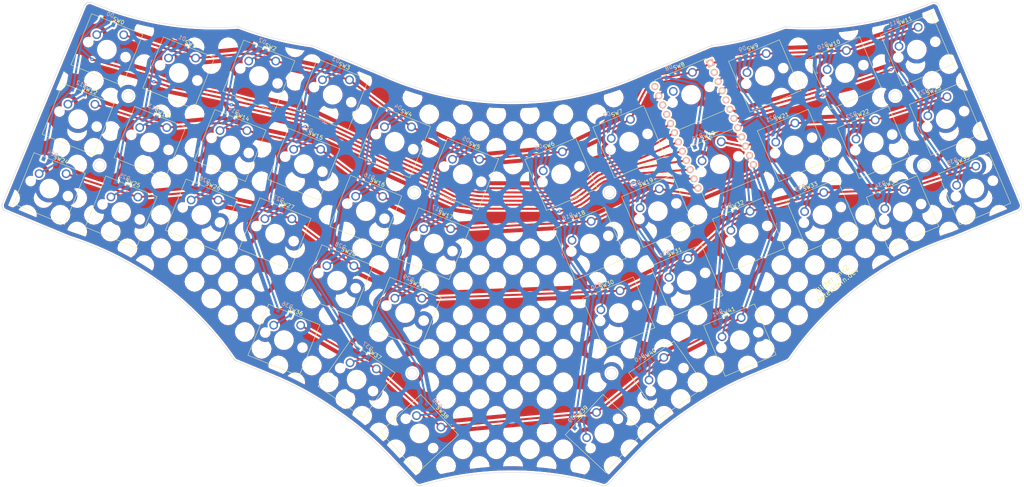
<source format=kicad_pcb>
(kicad_pcb (version 20210108) (generator pcbnew)
  (layers (0 "F.Cu" signal) (31 "B.Cu" signal) (34 "B.Paste" user) (35 "F.Paste" user) (36 "B.SilkS" user "B.Silkscreen") (37 "F.SilkS" user "F.Silkscreen") (38 "B.Mask" user) (39 "F.Mask" user) (44 "Edge.Cuts" user))
  (net 0 "")
  (net 1 "GND")
  (net 2 "io-0")
  (net 3 "io-1")
  (net 4 "io-2")
  (net 5 "io-3")
  (net 6 "io-4")
  (net 7 "io-5")
  (net 8 "io-6")
  (net 9 "io-7")
  (net 10 "io-8")
  (net 11 "io-9")
  (net 12 "io-10")
  (net 13 "io-11")
  (net 14 "io-12")
  (net 15 "io-13")
  (net 16 "io-14")
  (net 17 "io-15")
  (net 18 "io-16")
  (net 19 "io-17")
  (net 20 "switch-diode-0")
  (net 21 "switch-diode-1")
  (net 22 "switch-diode-2")
  (net 23 "switch-diode-3")
  (net 24 "switch-diode-4")
  (net 25 "switch-diode-5")
  (net 26 "switch-diode-6")
  (net 27 "switch-diode-7")
  (net 28 "switch-diode-8")
  (net 29 "switch-diode-9")
  (net 30 "switch-diode-10")
  (net 31 "switch-diode-11")
  (net 32 "switch-diode-12")
  (net 33 "switch-diode-13")
  (net 34 "switch-diode-14")
  (net 35 "switch-diode-15")
  (net 36 "switch-diode-16")
  (net 37 "switch-diode-17")
  (net 38 "switch-diode-18")
  (net 39 "switch-diode-19")
  (net 40 "switch-diode-20")
  (net 41 "switch-diode-21")
  (net 42 "switch-diode-22")
  (net 43 "switch-diode-23")
  (net 44 "switch-diode-24")
  (net 45 "switch-diode-25")
  (net 46 "switch-diode-26")
  (net 47 "switch-diode-27")
  (net 48 "switch-diode-28")
  (net 49 "switch-diode-29")
  (net 50 "switch-diode-30")
  (net 51 "switch-diode-31")
  (net 52 "switch-diode-32")
  (net 53 "switch-diode-33")
  (net 54 "switch-diode-34")
  (net 55 "switch-diode-35")
  (net 56 "switch-diode-36")
  (net 57 "switch-diode-37")
  (net 58 "switch-diode-38")
  (net 59 "switch-diode-39")
  (net 60 "switch-diode-40")
  (net 61 "switch-diode-41")
  (footprint "SW_Cherry_MX_1.00u_PCB" (layer "F.Cu") (at 115.377 51.34 -22)
    (fp_text reference "SW4")
    (fp_text value "SW_Cherry_MX_1.00u_PCB")
  )
  (footprint "SW_Cherry_MX_1.00u_PCB" (layer "F.Cu") (at 174.701 51.34 23)
    (fp_text reference "SW7")
    (fp_text value "SW_Cherry_MX_1.00u_PCB")
  )
  (footprint "SW_Cherry_MX_1.00u_PCB" (layer "F.Cu") (at 223.62 69.88 23)
    (fp_text reference "SW33")
    (fp_text value "SW_Cherry_MX_1.00u_PCB")
  )
  (footprint "SW_Cherry_MX_1.00u_PCB" (layer "F.Cu") (at 202.731 101.588 23)
    (fp_text reference "SW41")
    (fp_text value "SW_Cherry_MX_1.00u_PCB")
  )
  (footprint "SW_Cherry_MX_1.00u_PCB" (layer "F.Cu") (at 125.304 77.1543 -22)
    (fp_text reference "SW17")
    (fp_text value "SW_Cherry_MX_1.00u_PCB")
  )
  (footprint "SW_Cherry_MX_1.00u_PCB" (layer "F.Cu") (at 92.4011 57.0285 -22)
    (fp_text reference "SW15")
    (fp_text value "SW_Cherry_MX_1.00u_PCB")
  )
  (footprint "SW_Cherry_MX_1.00u_PCB" (layer "F.Cu") (at 209.039 34.6802 23)
    (fp_text reference "SW9")
    (fp_text value "SW_Cherry_MX_1.00u_PCB")
  )
  (footprint "SW_Cherry_MX_1.00u_PCB" (layer "F.Cu") (at 204.967 74.6284 23)
    (fp_text reference "SW32")
    (fp_text value "SW_Cherry_MX_1.00u_PCB")
  )
  (footprint "SW_Cherry_MX_1.00u_PCB" (layer "F.Cu") (at 99.6912 39.4286 -22)
    (fp_text reference "SW3")
    (fp_text value "SW_Cherry_MX_1.00u_PCB")
  )
  (footprint "SW_Cherry_MX_1.00u_PCB" (layer "F.Cu") (at 60.7396 33.906 -22)
    (fp_text reference "SW1")
    (fp_text value "SW_Cherry_MX_1.00u_PCB")
  )
  (footprint "SW_Cherry_MX_1.00u_PCB" (layer "F.Cu") (at 118.014 94.7542 -22)
    (fp_text reference "SW29")
    (fp_text value "SW_Cherry_MX_1.00u_PCB")
  )
  (footprint "SW_Cherry_MX_1.00u_PCB" (layer "F.Cu") (at 35.2753 45.6022 -22)
    (fp_text reference "SW12")
    (fp_text value "SW_Cherry_MX_1.00u_PCB")
  )
  (footprint "SW_Cherry_MX_1.00u_PCB" (layer "F.Cu") (at 100.797 86.5398 -22)
    (fp_text reference "SW28")
    (fp_text value "SW_Cherry_MX_1.00u_PCB")
  )
  (footprint "SW_Cherry_MX_1.00u_PCB" (layer "F.Cu") (at 66.4582 69.88 -22)
    (fp_text reference "SW26")
    (fp_text value "SW_Cherry_MX_1.00u_PCB")
  )
  (footprint "SW_Cherry_MX_1.00u_PCB" (layer "F.Cu") (at 27.9852 63.2021 -22)
    (fp_text reference "SW24")
    (fp_text value "SW_Cherry_MX_1.00u_PCB")
  )
  (footprint "SW_Cherry_MX_1.00u_PCB" (layer "F.Cu") (at 87.3466 101.588 -22)
    (fp_text reference "SW36")
    (fp_text value "SW_Cherry_MX_1.00u_PCB")
  )
  (footprint "SW_Cherry_MX_1.00u_PCB" (layer "F.Cu") (at 172.064 94.7542 23)
    (fp_text reference "SW30")
    (fp_text value "SW_Cherry_MX_1.00u_PCB")
  )
  (footprint "SW_Cherry_MX_1.00u_PCB" (layer "F.Cu") (at 132.594 59.5544 -22)
    (fp_text reference "SW5")
    (fp_text value "SW_Cherry_MX_1.00u_PCB")
  )
  (footprint "SW_Cherry_MX_1.00u_PCB" (layer "F.Cu") (at 190.387 39.4286 23)
    (fp_text reference "SW8")
    (fp_text value "SW_Cherry_MX_1.00u_PCB")
  )
  (footprint "SW_Cherry_MX_1.00u_PCB" (layer "F.Cu") (at 197.677 57.0285 23)
    (fp_text reference "SW20")
    (fp_text value "SW_Cherry_MX_1.00u_PCB")
  )
  (footprint "SW_Cherry_MX_1.00u_PCB" (layer "F.Cu") (at 216.33 52.2801 23)
    (fp_text reference "SW21")
    (fp_text value "SW_Cherry_MX_1.00u_PCB")
  )
  (footprint "SW_Cherry_MX_1.00u_PCB" (layer "F.Cu") (at 164.774 77.1543 23)
    (fp_text reference "SW18")
    (fp_text value "SW_Cherry_MX_1.00u_PCB")
  )
  (footprint "SW_Cherry_MX_1.00u_PCB" (layer "F.Cu") (at 243.919 69.1058 23)
    (fp_text reference "SW34")
    (fp_text value "SW_Cherry_MX_1.00u_PCB")
  )
  (footprint "SW_Cherry_MX_1.00u_PCB" (layer "F.Cu") (at 81.0385 34.6802 -22)
    (fp_text reference "SW2")
    (fp_text value "SW_Cherry_MX_1.00u_PCB")
  )
  (footprint "SW_Cherry_MX_1.00u_PCB" (layer "F.Cu") (at 184.328 111.598 35)
    (fp_text reference "SW40")
    (fp_text value "SW_Cherry_MX_1.00u_PCB")
  )
  (footprint "SW_Cherry_MX_1.00u_PCB" (layer "F.Cu") (at 85.1109 74.6284 -22)
    (fp_text reference "SW27")
    (fp_text value "SW_Cherry_MX_1.00u_PCB")
  )
  (footprint "SW_Cherry_MX_1.00u_PCB" (layer "F.Cu") (at 157.484 59.5544 23)
    (fp_text reference "SW6")
    (fp_text value "SW_Cherry_MX_1.00u_PCB")
  )
  (footprint "SW_Cherry_MX_1.00u_PCB" (layer "F.Cu") (at 42.5654 28.0023 -22)
    (fp_text reference "SW0")
    (fp_text value "SW_Cherry_MX_1.00u_PCB")
  )
  (footprint "SW_Cherry_MX_1.00u_PCB" (layer "F.Cu") (at 236.629 51.5059 23)
    (fp_text reference "SW22")
    (fp_text value "SW_Cherry_MX_1.00u_PCB")
  )
  (footprint "SW_Cherry_MX_1.00u_PCB" (layer "F.Cu") (at 189.281 86.5398 23)
    (fp_text reference "SW31")
    (fp_text value "SW_Cherry_MX_1.00u_PCB")
  )
  (footprint "SW_Cherry_MX_1.00u_PCB" (layer "F.Cu") (at 254.803 45.6022 23)
    (fp_text reference "SW23")
    (fp_text value "SW_Cherry_MX_1.00u_PCB")
  )
  (footprint "SW_Cherry_MX_1.00u_PCB" (layer "F.Cu") (at 247.513 28.0023 23)
    (fp_text reference "SW11")
    (fp_text value "SW_Cherry_MX_1.00u_PCB")
  )
  (footprint "SW_Cherry_MX_1.00u_PCB" (layer "F.Cu") (at 105.75 111.598 -35)
    (fp_text reference "SW37")
    (fp_text value "SW_Cherry_MX_1.00u_PCB")
  )
  (footprint "SW_Cherry_MX_1.00u_PCB" (layer "F.Cu") (at 121.65 125.237 -47)
    (fp_text reference "SW38")
    (fp_text value "SW_Cherry_MX_1.00u_PCB")
  )
  (footprint "SW_Cherry_MX_1.00u_PCB" (layer "F.Cu") (at 46.1593 69.1058 -22)
    (fp_text reference "SW25")
    (fp_text value "SW_Cherry_MX_1.00u_PCB")
  )
  (footprint "SW_Cherry_MX_1.00u_PCB" (layer "F.Cu") (at 262.093 63.2021 23)
    (fp_text reference "SW35")
    (fp_text value "SW_Cherry_MX_1.00u_PCB")
  )
  (footprint "SW_Cherry_MX_1.00u_PCB" (layer "F.Cu") (at 168.428 125.237 47)
    (fp_text reference "SW39")
    (fp_text value "SW_Cherry_MX_1.00u_PCB")
  )
  (footprint "SW_Cherry_MX_1.00u_PCB" (layer "F.Cu") (at 108.087 68.9399 -22)
    (fp_text reference "SW16")
    (fp_text value "SW_Cherry_MX_1.00u_PCB")
  )
  (footprint "SW_Cherry_MX_1.00u_PCB" (layer "F.Cu") (at 73.7483 52.2801 -22)
    (fp_text reference "SW14")
    (fp_text value "SW_Cherry_MX_1.00u_PCB")
  )
  (footprint "SW_Cherry_MX_1.00u_PCB" (layer "F.Cu") (at 181.991 68.9399 23)
    (fp_text reference "SW19")
    (fp_text value "SW_Cherry_MX_1.00u_PCB")
  )
  (footprint "SW_Cherry_MX_1.00u_PCB" (layer "F.Cu") (at 53.4494 51.5059 -22)
    (fp_text reference "SW13")
    (fp_text value "SW_Cherry_MX_1.00u_PCB")
  )
  (footprint "SW_Cherry_MX_1.00u_PCB" (layer "F.Cu") (at 229.338 33.906 23)
    (fp_text reference "SW10")
    (fp_text value "SW_Cherry_MX_1.00u_PCB")
  )
  (footprint "D_SOD-123" (layer "B.Cu") (at 172.064 94.7542 -157)
    (fp_text reference "D30")
    (fp_text value "4148")
  )
  (footprint "D_SOD-123" (layer "B.Cu") (at 229.338 33.906 -157)
    (fp_text reference "D10")
    (fp_text value "4148")
  )
  (footprint "ArduinoProMicro" (layer "B.Cu") (at 190.387 39.4286 -67)
    (fp_text reference "MCU0" hide)
    (fp_text value "ProMicro" hide)
  )
  (footprint "D_SOD-123" (layer "B.Cu") (at 87.3466 101.588 158)
    (fp_text reference "D36")
    (fp_text value "4148")
  )
  (footprint "D_SOD-123" (layer "B.Cu") (at 85.1109 74.6284 158)
    (fp_text reference "D27")
    (fp_text value "4148")
  )
  (footprint "D_SOD-123" (layer "B.Cu") (at 243.919 69.1058 -157)
    (fp_text reference "D34")
    (fp_text value "4148")
  )
  (footprint "D_SOD-123" (layer "B.Cu") (at 189.281 86.5398 -157)
    (fp_text reference "D31")
    (fp_text value "4148")
  )
  (footprint "D_SOD-123" (layer "B.Cu") (at 184.328 111.598 -145)
    (fp_text reference "D40")
    (fp_text value "4148")
  )
  (footprint "D_SOD-123" (layer "B.Cu") (at 66.4582 69.88 158)
    (fp_text reference "D26")
    (fp_text value "4148")
  )
  (footprint "D_SOD-123" (layer "B.Cu") (at 262.093 63.2021 -157)
    (fp_text reference "D35")
    (fp_text value "4148")
  )
  (footprint "D_SOD-123" (layer "B.Cu") (at 115.377 51.34 158)
    (fp_text reference "D4")
    (fp_text value "4148")
  )
  (footprint "D_SOD-123" (layer "B.Cu") (at 216.33 52.2801 -157)
    (fp_text reference "D21")
    (fp_text value "4148")
  )
  (footprint "D_SOD-123" (layer "B.Cu") (at 118.014 94.7542 158)
    (fp_text reference "D29")
    (fp_text value "4148")
  )
  (footprint "D_SOD-123" (layer "B.Cu") (at 236.629 51.5059 -157)
    (fp_text reference "D22")
    (fp_text value "4148")
  )
  (footprint "D_SOD-123" (layer "B.Cu") (at 35.2753 45.6022 158)
    (fp_text reference "D12")
    (fp_text value "4148")
  )
  (footprint "D_SOD-123" (layer "B.Cu") (at 174.701 51.34 -157)
    (fp_text reference "D7")
    (fp_text value "4148")
  )
  (footprint "D_SOD-123" (layer "B.Cu") (at 202.731 101.588 -157)
    (fp_text reference "D41")
    (fp_text value "4148")
  )
  (footprint "D_SOD-123" (layer "B.Cu") (at 60.7396 33.906 158)
    (fp_text reference "D1")
    (fp_text value "4148")
  )
  (footprint "D_SOD-123" (layer "B.Cu") (at 223.62 69.88 -157)
    (fp_text reference "D33")
    (fp_text value "4148")
  )
  (footprint "D_SOD-123" (layer "B.Cu") (at 247.513 28.0023 -157)
    (fp_text reference "D11")
    (fp_text value "4148")
  )
  (footprint "D_SOD-123" (layer "B.Cu") (at 168.428 125.237 -133)
    (fp_text reference "D39")
    (fp_text value "4148")
  )
  (footprint "D_SOD-123" (layer "B.Cu") (at 157.484 59.5544 -157)
    (fp_text reference "D6")
    (fp_text value "4148")
  )
  (footprint "D_SOD-123" (layer "B.Cu") (at 204.967 74.6284 -157)
    (fp_text reference "D32")
    (fp_text value "4148")
  )
  (footprint "D_SOD-123" (layer "B.Cu") (at 108.087 68.9399 158)
    (fp_text reference "D16")
    (fp_text value "4148")
  )
  (footprint "D_SOD-123" (layer "B.Cu") (at 164.774 77.1543 -157)
    (fp_text reference "D18")
    (fp_text value "4148")
  )
  (footprint "D_SOD-123" (layer "B.Cu") (at 53.4494 51.5059 158)
    (fp_text reference "D13")
    (fp_text value "4148")
  )
  (footprint "D_SOD-123" (layer "B.Cu") (at 99.6912 39.4286 158)
    (fp_text reference "D3")
    (fp_text value "4148")
  )
  (footprint "D_SOD-123" (layer "B.Cu") (at 190.387 39.4286 -157)
    (fp_text reference "D8")
    (fp_text value "4148")
  )
  (footprint "D_SOD-123" (layer "B.Cu") (at 27.9852 63.2021 158)
    (fp_text reference "D24")
    (fp_text value "4148")
  )
  (footprint "D_SOD-123" (layer "B.Cu") (at 73.7483 52.2801 158)
    (fp_text reference "D14")
    (fp_text value "4148")
  )
  (footprint "D_SOD-123" (layer "B.Cu") (at 121.65 125.237 133)
    (fp_text reference "D38")
    (fp_text value "4148")
  )
  (footprint "D_SOD-123" (layer "B.Cu") (at 181.991 68.9399 -157)
    (fp_text reference "D19")
    (fp_text value "4148")
  )
  (footprint "D_SOD-123" (layer "B.Cu") (at 132.594 59.5544 158)
    (fp_text reference "D5")
    (fp_text value "4148")
  )
  (footprint "D_SOD-123" (layer "B.Cu") (at 254.803 45.6022 -157)
    (fp_text reference "D23")
    (fp_text value "4148")
  )
  (footprint "D_SOD-123" (layer "B.Cu") (at 197.677 57.0285 -157)
    (fp_text reference "D20")
    (fp_text value "4148")
  )
  (footprint "D_SOD-123" (layer "B.Cu") (at 209.039 34.6802 -157)
    (fp_text reference "D9")
    (fp_text value "4148")
  )
  (footprint "D_SOD-123" (layer "B.Cu") (at 105.75 111.598 145)
    (fp_text reference "D37")
    (fp_text value "4148")
  )
  (footprint "D_SOD-123" (layer "B.Cu") (at 81.0385 34.6802 158)
    (fp_text reference "D2")
    (fp_text value "4148")
  )
  (footprint "D_SOD-123" (layer "B.Cu") (at 125.304 77.1543 158)
    (fp_text reference "D17")
    (fp_text value "4148")
  )
  (footprint "D_SOD-123" (layer "B.Cu") (at 46.1593 69.1058 158)
    (fp_text reference "D25")
    (fp_text value "4148")
  )
  (footprint "D_SOD-123" (layer "B.Cu") (at 100.797 86.5398 158)
    (fp_text reference "D28")
    (fp_text value "4148")
  )
  (footprint "D_SOD-123" (layer "B.Cu") (at 92.4011 57.0285 158)
    (fp_text reference "D15")
    (fp_text value "4148")
  )
  (footprint "D_SOD-123" (layer "B.Cu") (at 42.5654 28.0023 158)
    (fp_text reference "D0")
    (fp_text value "4148")
  )
  (gr_line (start 37.451153 16.213407) (end 37.48296 16.194869) (layer "Edge.Cuts") (width 0.1))
  (gr_line (start 251.527512 77.564657) (end 249.713527 78.316034) (layer "Edge.Cuts") (width 0.1))
  (gr_line (start 253.176906 16.792904) (end 253.193861 16.825583) (layer "Edge.Cuts") (width 0.1))
  (gr_line (start 168.592805 138.463711) (end 168.556342 138.468827) (layer "Edge.Cuts") (width 0.1))
  (gr_line (start 37.893656 16.036446) (end 37.929672 16.028822) (layer "Edge.Cuts") (width 0.1))
  (gr_line (start 214.259502 22.253593) (end 214.296292 22.249944) (layer "Edge.Cuts") (width 0.1))
  (gr_line (start 251.34869 16.087683) (end 251.383502 16.075707) (layer "Edge.Cuts") (width 0.1))
  (gr_line (start 214.71372 106.919644) (end 205.40613 110.774974) (layer "Edge.Cuts") (width 0.1))
  (gr_line (start 273.150358 68.913895) (end 257.398289 75.438616) (layer "Edge.Cuts") (width 0.1))
  (gr_line (start 214.113572 22.277214) (end 214.149825 22.269961) (layer "Edge.Cuts") (width 0.1))
  (gr_line (start 195.096813 27.155109) (end 195.371547 27.04524) (layer "Edge.Cuts") (width 0.1))
  (gr_line (start 121.411031 138.450802) (end 121.375043 138.443016) (layer "Edge.Cuts") (width 0.1))
  (gr_line (start 86.331498 25.473773) (end 88.247234 25.903966) (layer "Edge.Cuts") (width 0.1))
  (gr_line (start 273.899214 68.235171) (end 273.881463 68.267423) (layer "Edge.Cuts") (width 0.1))
  (gr_line (start 136.349812 135.538062) (end 134.429421 135.771395) (layer "Edge.Cuts") (width 0.1))
  (gr_line (start 16.177118 68.235171) (end 16.160163 68.202493) (layer "Edge.Cuts") (width 0.1))
  (gr_line (start 52.105253 20.416895) (end 53.97455 20.821934) (layer "Edge.Cuts") (width 0.1))
  (gr_line (start 45.686531 80.833969) (end 43.932736 79.951183) (layer "Edge.Cuts") (width 0.1))
  (gr_line (start 195.440557 27.019588) (end 195.475514 27.00804) (layer "Edge.Cuts") (width 0.1))
  (gr_line (start 144.070909 135.070713) (end 142.13696 135.117489) (layer "Edge.Cuts") (width 0.1))
  (gr_line (start 44.74083 18.353705) (end 46.562909 18.935393) (layer "Edge.Cuts") (width 0.1))
  (gr_line (start 273.184194 68.899391) (end 273.150358 68.913895) (layer "Edge.Cuts") (width 0.1))
  (gr_line (start 136.379676 40.875833) (end 138.346328 41.065402) (layer "Edge.Cuts") (width 0.1))
  (gr_line (start 274.074526 67.454475) (end 274.075881 67.491264) (layer "Edge.Cuts") (width 0.1))
  (gr_line (start 237.271404 20.573972) (end 239.233922 20.116599) (layer "Edge.Cuts") (width 0.1))
  (gr_line (start 274.074526 67.601678) (end 274.072268 67.638423) (layer "Edge.Cuts") (width 0.1))
  (gr_line (start 199.934426 26.281227) (end 201.875437 25.89414) (layer "Edge.Cuts") (width 0.1))
  (gr_line (start 231.244157 89.386148) (end 229.726395 90.631744) (layer "Edge.Cuts") (width 0.1))
  (gr_line (start 36.917177 16.760652) (end 36.935714 16.728845) (layer "Edge.Cuts") (width 0.1))
  (gr_line (start 231.32348 21.647636) (end 233.314927 21.339733) (layer "Edge.Cuts") (width 0.1))
  (gr_line (start 74.780974 106.52409) (end 74.755962 106.495947) (layer "Edge.Cuts") (width 0.1))
  (gr_line (start 273.758852 68.450924) (end 273.735848 68.479666) (layer "Edge.Cuts") (width 0.1))
  (gr_line (start 121.268376 138.414396) (end 121.233325 138.403121) (layer "Edge.Cuts") (width 0.1))
  (gr_line (start 251.418598 16.064589) (end 251.453955 16.054335) (layer "Edge.Cuts") (width 0.1))
  (gr_line (start 38.657734 16.064589) (end 38.69283 16.075707) (layer "Edge.Cuts") (width 0.1))
  (gr_line (start 214.077508 22.285358) (end 214.113572 22.277214) (layer "Edge.Cuts") (width 0.1))
  (gr_line (start 267.246057 50.739965) (end 273.962152 66.954051) (layer "Edge.Cuts") (width 0.1))
  (gr_line (start 252.965451 16.492661) (end 252.989838 16.52024) (layer "Edge.Cuts") (width 0.1))
  (gr_line (start 16.792904 68.850958) (end 16.760652 68.833207) (layer "Edge.Cuts") (width 0.1))
  (gr_line (start 242.658198 81.75953) (end 240.949832 82.727308) (layer "Edge.Cuts") (width 0.1))
  (gr_line (start 58.832175 89.386148) (end 57.284301 88.178176) (layer "Edge.Cuts") (width 0.1))
  (gr_line (start 273.947647 68.135938) (end 273.932316 68.169409) (layer "Edge.Cuts") (width 0.1))
  (gr_line (start 251.633929 16.016235) (end 251.670409 16.01128) (layer "Edge.Cuts") (width 0.1))
  (gr_line (start 71.080267 22.431792) (end 72.992312 22.382624) (layer "Edge.Cuts") (width 0.1))
  (gr_line (start 253.080402 16.636287) (end 253.101229 16.666644) (layer "Edge.Cuts") (width 0.1))
  (gr_line (start 38.76215 16.10051) (end 38.796333 16.11418) (layer "Edge.Cuts") (width 0.1))
  (gr_line (start 215.19148 22.288214) (end 215.242339 22.291949) (layer "Edge.Cuts") (width 0.1))
  (gr_line (start 69.167594 22.435236) (end 71.080267 22.431792) (layer "Edge.Cuts") (width 0.1))
  (gr_line (start 37.751785 16.075707) (end 37.78688 16.064589) (layer "Edge.Cuts") (width 0.1))
  (gr_line (start 273.636993 68.588736) (end 273.610643 68.614447) (layer "Edge.Cuts") (width 0.1))
  (gr_line (start 101.206614 120.02044) (end 99.478413 118.829007) (layer "Edge.Cuts") (width 0.1))
  (gr_line (start 173.280984 36.194567) (end 175.120778 35.474277) (layer "Edge.Cuts") (width 0.1))
  (gr_line (start 36.99593 16.636287) (end 37.017496 16.606451) (layer "Edge.Cuts") (width 0.1))
  (gr_line (start 16.577152 68.710596) (end 16.54841 68.687592) (layer "Edge.Cuts") (width 0.1))
  (gr_line (start 38.69283 16.075707) (end 38.727642 16.087683) (layer "Edge.Cuts") (width 0.1))
  (gr_line (start 120.871227 138.224386) (end 120.840959 138.20342) (layer "Edge.Cuts") (width 0.1))
  (gr_line (start 273.283428 68.850958) (end 273.250749 68.867913) (layer "Edge.Cuts") (width 0.1))
  (gr_line (start 178.601119 33.987726) (end 195.079763 27.162048) (layer "Edge.Cuts") (width 0.1))
  (gr_line (start 16.11418 66.954051) (end 22.830274 50.739965) (layer "Edge.Cuts") (width 0.1))
  (gr_line (start 274.076332 67.528076) (end 274.075881 67.564888) (layer "Edge.Cuts") (width 0.1))
  (gr_line (start 256.968363 75.610669) (end 256.934015 75.623918) (layer "Edge.Cuts") (width 0.1))
  (gr_line (start 251.561389 16.028822) (end 251.597582 16.022083) (layer "Edge.Cuts") (width 0.1))
  (gr_line (start 214.777733 106.892327) (end 214.730683 106.912495) (layer "Edge.Cuts") (width 0.1))
  (gr_line (start 226.784843 93.232779) (end 225.362825 94.586653) (layer "Edge.Cuts") (width 0.1))
  (gr_circle (center 249.35914 57.337175) (end 250.65914 57.337175) (layer "Edge.Cuts") (width 0.1) (fill none))
  (gr_line (start 203.6748 111.515995) (end 201.969303 112.29373) (layer "Edge.Cuts") (width 0.1))
  (gr_line (start 169.111342 138.282742) (end 169.079164 138.300641) (layer "Edge.Cuts") (width 0.1))
  (gr_line (start 128.57782 39.634064) (end 130.516187 40.016681) (layer "Edge.Cuts") (width 0.1))
  (gr_line (start 16.439339 68.588736) (end 16.413629 68.562387) (layer "Edge.Cuts") (width 0.1))
  (gr_line (start 38.002212 16.016235) (end 38.038691 16.01128) (layer "Edge.Cuts") (width 0.1))
  (gr_line (start 16.273622 68.391788) (end 16.252795 68.361432) (layer "Edge.Cuts") (width 0.1))
  (gr_line (start 121.51999 138.468827) (end 121.483527 138.463711) (layer "Edge.Cuts") (width 0.1))
  (gr_line (start 201.969303 112.29373) (end 200.282495 113.11121) (layer "Edge.Cuts") (width 0.1))
  (gr_line (start 214.730683 106.912495) (end 214.71372 106.919644) (layer "Edge.Cuts") (width 0.1))
  (gr_line (start 37.929672 16.028822) (end 37.965865 16.022083) (layer "Edge.Cuts") (width 0.1))
  (gr_line (start 252.717737 16.273622) (end 252.747574 16.295188) (layer "Edge.Cuts") (width 0.1))
  (gr_line (start 240.949832 82.727308) (end 239.26573 83.736719) (layer "Edge.Cuts") (width 0.1))
  (gr_line (start 168.372747 138.480917) (end 168.335928 138.480627) (layer "Edge.Cuts") (width 0.1))
  (gr_line (start 168.737075 138.43435) (end 168.701289 138.443016) (layer "Edge.Cuts") (width 0.1))
  (gr_line (start 215.071534 106.724915) (end 215.040854 106.746741) (layer "Edge.Cuts") (width 0.1))
  (gr_line (start 214.006039 22.304299) (end 214.041657 22.294388) (layer "Edge.Cuts") (width 0.1))
  (gr_line (start 214.81215 106.877059) (end 214.777733 106.892327) (layer "Edge.Cuts") (width 0.1))
  (gr_line (start 252.861363 16.388573) (end 252.888335 16.413629) (layer "Edge.Cuts") (width 0.1))
  (gr_line (start 169.378504 138.087805) (end 169.351031 138.11232) (layer "Edge.Cuts") (width 0.1))
  (gr_line (start 120.840959 138.20342) (end 120.811214 138.181716) (layer "Edge.Cuts") (width 0.1))
  (gr_line (start 94.996569 27.162048) (end 111.672439 34.06942) (layer "Edge.Cuts") (width 0.1))
  (gr_line (start 84.426897 24.996696) (end 86.331498 25.473773) (layer "Edge.Cuts") (width 0.1))
  (gr_line (start 74.916178 106.654917) (end 74.887841 106.630126) (layer "Edge.Cuts") (width 0.1))
  (gr_line (start 16.01128 67.711692) (end 16.007222 67.675102) (layer "Edge.Cuts") (width 0.1))
  (gr_line (start 94.600818 27.00804) (end 94.635774 27.019588) (layer "Edge.Cuts") (width 0.1))
  (gr_line (start 16.028822 67.235441) (end 16.036446 67.199424) (layer "Edge.Cuts") (width 0.1))
  (gr_line (start 168.409563 138.480304) (end 168.372747 138.480917) (layer "Edge.Cuts") (width 0.1))
  (gr_line (start 215.269648 106.551597) (end 215.243256 106.578449) (layer "Edge.Cuts") (width 0.1))
  (gr_line (start 37.328758 16.295188) (end 37.358595 16.273622) (layer "Edge.Cuts") (width 0.1))
  (gr_line (start 227.320482 22.112511) (end 229.324908 21.905283) (layer "Edge.Cuts") (width 0.1))
  (gr_line (start 225.311472 22.269187) (end 227.320482 22.112511) (layer "Edge.Cuts") (width 0.1))
  (gr_line (start 94.635774 27.019588) (end 94.670437 27.031991) (layer "Edge.Cuts") (width 0.1))
  (gr_line (start 169.143071 138.26406) (end 169.111342 138.282742) (layer "Edge.Cuts") (width 0.1))
  (gr_line (start 37.965865 16.022083) (end 38.002212 16.016235) (layer "Edge.Cuts") (width 0.1))
  (gr_line (start 75.066696 106.767789) (end 75.035478 106.746741) (layer "Edge.Cuts") (width 0.1))
  (gr_line (start 16.087683 67.022741) (end 16.10051 66.988234) (layer "Edge.Cuts") (width 0.1))
  (gr_line (start 115.355723 35.635417) (end 117.199374 36.345776) (layer "Edge.Cuts") (width 0.1))
  (gr_line (start 16.000451 67.564888) (end 16 67.528076) (layer "Edge.Cuts") (width 0.1))
  (gr_line (start 198.615303 113.967986) (end 196.968642 114.863588) (layer "Edge.Cuts") (width 0.1))
  (gr_line (start 252.56112 16.177118) (end 252.593372 16.194869) (layer "Edge.Cuts") (width 0.1))
  (gr_line (start 253.210009 16.858667) (end 253.225339 16.892138) (layer "Edge.Cuts") (width 0.1))
  (gr_line (start 274.031379 67.163606) (end 274.039886 67.199424) (layer "Edge.Cuts") (width 0.1))
  (gr_line (start 75.638346 22.244321) (end 75.67518 22.244314) (layer "Edge.Cuts") (width 0.1))
  (gr_line (start 252.00105 16.007222) (end 252.037641 16.01128) (layer "Edge.Cuts") (width 0.1))
  (gr_line (start 274.054249 67.784519) (end 274.04751 67.820712) (layer "Edge.Cuts") (width 0.1))
  (gr_line (start 16.666644 68.775281) (end 16.636287 68.754453) (layer "Edge.Cuts") (width 0.1))
  (gr_line (start 55.852997 21.182169) (end 57.739519 21.497392) (layer "Edge.Cuts") (width 0.1))
  (gr_line (start 166.999972 138.138417) (end 165.133496 137.629878) (layer "Edge.Cuts") (width 0.1))
  (gr_line (start 140.317063 41.206346) (end 142.290677 41.298579) (layer "Edge.Cuts") (width 0.1))
  (gr_line (start 214.222812 22.258147) (end 214.259502 22.253593) (layer "Edge.Cuts") (width 0.1))
  (gr_line (start 121.887279 138.470439) (end 121.850665 138.474337) (layer "Edge.Cuts") (width 0.1))
  (gr_line (start 195.653963 26.963341) (end 195.690236 26.957047) (layer "Edge.Cuts") (width 0.1))
  (gr_line (start 256.797509 75.671357) (end 256.780066 75.677238) (layer "Edge.Cuts") (width 0.1))
  (gr_line (start 215.142283 22.285514) (end 215.154455 22.285955) (layer "Edge.Cuts") (width 0.1))
  (gr_line (start 169.174331 138.244604) (end 169.143071 138.26406) (layer "Edge.Cuts") (width 0.1))
  (gr_line (start 16.036446 67.856728) (end 16.028822 67.820712) (layer "Edge.Cuts") (width 0.1))
  (gr_line (start 214.041657 22.294388) (end 214.077508 22.285358) (layer "Edge.Cuts") (width 0.1))
  (gr_line (start 219.269697 22.435077) (end 221.284802 22.430521) (layer "Edge.Cuts") (width 0.1))
  (gr_line (start 41.140988 17.060504) (end 42.933179 17.728622) (layer "Edge.Cuts") (width 0.1))
  (gr_line (start 159.98416 39.937228) (end 161.920435 39.544165) (layer "Edge.Cuts") (width 0.1))
  (gr_line (start 123.07636 138.138417) (end 122.13936 138.418218) (layer "Edge.Cuts") (width 0.1))
  (gr_line (start 76.003532 22.284773) (end 76.039262 22.293721) (layer "Edge.Cuts") (width 0.1))
  (gr_line (start 121.850665 138.474337) (end 121.813967 138.477336) (layer "Edge.Cuts") (width 0.1))
  (gr_line (start 213.900801 22.339254) (end 213.935589 22.326739) (layer "Edge.Cuts") (width 0.1))
  (gr_line (start 16.001806 67.601678) (end 16.000451 67.564888) (layer "Edge.Cuts") (width 0.1))
  (gr_line (start 16.636287 68.754453) (end 16.606451 68.732887) (layer "Edge.Cuts") (width 0.1))
  (gr_line (start 107.178634 124.564187) (end 105.727718 123.377412) (layer "Edge.Cuts") (width 0.1))
  (gr_line (start 74.911589 22.287314) (end 75.564735 22.247047) (layer "Edge.Cuts") (width 0.1))
  (gr_line (start 16.075707 67.057554) (end 16.087683 67.022741) (layer "Edge.Cuts") (width 0.1))
  (gr_line (start 102.744477 121.107451) (end 101.206614 120.02044) (layer "Edge.Cuts") (width 0.1))
  (gr_line (start 67.455745 97.397035) (end 66.101871 95.975017) (layer "Edge.Cuts") (width 0.1))
  (gr_line (start 75.130668 106.807503) (end 75.098433 106.788048) (layer "Edge.Cuts") (width 0.1))
  (gr_line (start 178.576942 33.99799) (end 178.601119 33.987726) (layer "Edge.Cuts") (width 0.1))
  (gr_line (start 195.690236 26.957047) (end 195.726652 26.951645) (layer "Edge.Cuts") (width 0.1))
  (gr_line (start 195.475514 27.00804) (end 195.510743 26.997353) (layer "Edge.Cuts") (width 0.1))
  (gr_line (start 64.713507 94.586653) (end 63.291489 93.232779) (layer "Edge.Cuts") (width 0.1))
  (gr_line (start 168.116168 138.459952) (end 168.079941 138.45337) (layer "Edge.Cuts") (width 0.1))
  (gr_line (start 274.054249 67.271633) (end 274.060097 67.30798) (layer "Edge.Cuts") (width 0.1))
  (gr_line (start 253.193861 16.825583) (end 253.210009 16.858667) (layer "Edge.Cuts") (width 0.1))
  (gr_line (start 76.656771 22.515542) (end 76.673986 22.522061) (layer "Edge.Cuts") (width 0.1))
  (gr_line (start 225.362825 94.586653) (end 223.97446 95.975017) (layer "Edge.Cuts") (width 0.1))
  (gr_line (start 215.344667 106.467185) (end 215.32037 106.495947) (layer "Edge.Cuts") (width 0.1))
  (gr_line (start 142.13696 135.117489) (end 140.204708 135.211013) (layer "Edge.Cuts") (width 0.1))
  (gr_line (start 234.369083 87.008554) (end 232.792031 88.178176) (layer "Edge.Cuts") (width 0.1))
  (gr_line (start 195.343417 115.797524) (end 193.740518 116.769281) (layer "Edge.Cuts") (width 0.1))
  (gr_line (start 176.950762 34.705183) (end 178.576942 33.99799) (layer "Edge.Cuts") (width 0.1))
  (gr_line (start 37.358595 16.273622) (end 37.388952 16.252795) (layer "Edge.Cuts") (width 0.1))
  (gr_line (start 168.701289 138.443016) (end 168.665301 138.450802) (layer "Edge.Cuts") (width 0.1))
  (gr_line (start 249.713527 78.316034) (end 247.918528 79.111702) (layer "Edge.Cuts") (width 0.1))
  (gr_line (start 66.101871 95.975017) (end 64.713507 94.586653) (layer "Edge.Cuts") (width 0.1))
  (gr_line (start 207.632728 24.446578) (end 209.525996 23.869608) (layer "Edge.Cuts") (width 0.1))
  (gr_line (start 121.062792 138.334041) (end 121.029775 138.317744) (layer "Edge.Cuts") (width 0.1))
  (gr_line (start 273.823537 68.361432) (end 273.80271 68.391788) (layer "Edge.Cuts") (width 0.1))
  (gr_line (start 42.933179 17.728622) (end 44.74083 18.353705) (layer "Edge.Cuts") (width 0.1))
  (gr_line (start 229.324908 21.905283) (end 231.32348 21.647636) (layer "Edge.Cuts") (width 0.1))
  (gr_line (start 215.368235 106.437822) (end 215.344667 106.467185) (layer "Edge.Cuts") (width 0.1))
  (gr_line (start 274.065052 67.711692) (end 274.060097 67.748172) (layer "Edge.Cuts") (width 0.1))
  (gr_line (start 121.4472 138.457701) (end 121.411031 138.450802) (layer "Edge.Cuts") (width 0.1))
  (gr_line (start 78.791334 23.287166) (end 80.655679 23.903063) (layer "Edge.Cuts") (width 0.1))
  (gr_circle (center 169.736849 64.232156) (end 171.036849 64.232156) (layer "Edge.Cuts") (width 0.1) (fill none))
  (gr_line (start 274.021997 67.928145) (end 274.011743 67.963503) (layer "Edge.Cuts") (width 0.1))
  (gr_line (start 214.87978 106.843957) (end 214.846173 106.860933) (layer "Edge.Cuts") (width 0.1))
  (gr_line (start 75.748792 22.247014) (end 75.785526 22.249718) (layer "Edge.Cuts") (width 0.1))
  (gr_line (start 273.916169 68.202493) (end 273.899214 68.235171) (layer "Edge.Cuts") (width 0.1))
  (gr_line (start 163.255269 137.166619) (end 161.36639 136.748911) (layer "Edge.Cuts") (width 0.1))
  (gr_line (start 37.419811 16.232719) (end 37.451153 16.213407) (layer "Edge.Cuts") (width 0.1))
  (gr_line (start 124.732384 38.725839) (end 126.649494 39.203696) (layer "Edge.Cuts") (width 0.1))
  (gr_line (start 252.359359 16.087683) (end 252.393867 16.10051) (layer "Edge.Cuts") (width 0.1))
  (gr_circle (center 40.717192 57.337175) (end 42.017192 57.337175) (layer "Edge.Cuts") (width 0.1) (fill none))
  (gr_line (start 253.036544 16.577152) (end 253.058836 16.606451) (layer "Edge.Cuts") (width 0.1))
  (gr_line (start 16.340484 68.479666) (end 16.31748 68.450924) (layer "Edge.Cuts") (width 0.1))
  (gr_line (start 32.678043 75.438616) (end 16.925974 68.913895) (layer "Edge.Cuts") (width 0.1))
  (gr_line (start 50.810602 83.736719) (end 49.1265 82.727308) (layer "Edge.Cuts") (width 0.1))
  (gr_line (start 253.140617 16.728845) (end 253.159155 16.760652) (layer "Edge.Cuts") (width 0.1))
  (gr_line (start 142.290677 41.298579) (end 144.265967 41.342046) (layer "Edge.Cuts") (width 0.1))
  (gr_line (start 38.796333 16.11418) (end 39.356958 16.346399) (layer "Edge.Cuts") (width 0.1))
  (gr_line (start 255.208059 76.196559) (end 253.359391 76.858023) (layer "Edge.Cuts") (width 0.1))
  (gr_line (start 274.039886 67.199424) (end 274.04751 67.235441) (layer "Edge.Cuts") (width 0.1))
  (gr_line (start 159.467963 136.376996) (end 157.561098 136.051094) (layer "Edge.Cuts") (width 0.1))
  (gr_line (start 235.974365 85.877987) (end 234.369083 87.008554) (layer "Edge.Cuts") (width 0.1))
  (gr_line (start 274.065052 67.34446) (end 274.06911 67.38105) (layer "Edge.Cuts") (width 0.1))
  (gr_line (start 94.670437 27.031991) (end 94.704785 27.04524) (layer "Edge.Cuts") (width 0.1))
  (gr_line (start 38.185496 16.000451) (end 38.222307 16) (layer "Edge.Cuts") (width 0.1))
  (gr_line (start 94.732915 115.797524) (end 93.10769 114.863588) (layer "Edge.Cuts") (width 0.1))
  (gr_line (start 16.128685 68.135938) (end 16.11418 68.102101) (layer "Edge.Cuts") (width 0.1))
  (gr_line (start 169.265118 138.181716) (end 169.235373 138.20342) (layer "Edge.Cuts") (width 0.1))
  (gr_line (start 169.29432 138.15929) (end 169.265118 138.181716) (layer "Edge.Cuts") (width 0.1))
  (gr_line (start 72.510349 103.404223) (end 71.302376 101.85635) (layer "Edge.Cuts") (width 0.1))
  (gr_line (start 161.36639 136.748911) (end 159.467963 136.376996) (layer "Edge.Cuts") (width 0.1))
  (gr_line (start 195.726652 26.951645) (end 196.017474 26.912147) (layer "Edge.Cuts") (width 0.1))
  (gr_line (start 165.760918 38.615216) (end 167.662784 38.079898) (layer "Edge.Cuts") (width 0.1))
  (gr_line (start 214.517906 22.247155) (end 215.142283 22.285514) (layer "Edge.Cuts") (width 0.1))
  (gr_line (start 76.942666 22.625702) (end 78.791334 23.287166) (layer "Edge.Cuts") (width 0.1))
  (gr_line (start 93.10769 114.863588) (end 91.461029 113.967986) (layer "Edge.Cuts") (width 0.1))
  (gr_line (start 259.955938 33.14006) (end 267.246057 50.739965) (layer "Edge.Cuts") (width 0.1))
  (gr_line (start 16.232719 68.330573) (end 16.213407 68.29923) (layer "Edge.Cuts") (width 0.1))
  (gr_line (start 16.925974 68.913895) (end 16.925974 68.913895) (layer "Edge.Cuts") (width 0.1))
  (gr_line (start 75.230159 106.860933) (end 75.196552 106.843957) (layer "Edge.Cuts") (width 0.1))
  (gr_line (start 150.189842 41.179727) (end 152.159788 41.028157) (layer "Edge.Cuts") (width 0.1))
  (gr_line (start 63.291489 93.232779) (end 61.836674 91.914211) (layer "Edge.Cuts") (width 0.1))
  (gr_line (start 274.075881 67.564888) (end 274.074526 67.601678) (layer "Edge.Cuts") (width 0.1))
  (gr_line (start 37.515212 16.177118) (end 37.54789 16.160163) (layer "Edge.Cuts") (width 0.1))
  (gr_line (start 75.931467 22.269522) (end 75.967593 22.276705) (layer "Edge.Cuts") (width 0.1))
  (gr_line (start 215.295358 106.52409) (end 215.269648 106.551597) (layer "Edge.Cuts") (width 0.1))
  (gr_line (start 84.670202 110.774974) (end 75.362612 106.919644) (layer "Edge.Cuts") (width 0.1))
  (gr_line (start 113.530177 34.879745) (end 115.355723 35.635417) (layer "Edge.Cuts") (width 0.1))
  (gr_line (start 75.601524 22.245232) (end 75.638346 22.244321) (layer "Edge.Cuts") (width 0.1))
  (gr_line (start 67.255385 22.392952) (end 69.167594 22.435236) (layer "Edge.Cuts") (width 0.1))
  (gr_line (start 43.932736 79.951183) (end 42.157804 79.111702) (layer "Edge.Cuts") (width 0.1))
  (gr_line (start 168.772638 138.424808) (end 168.737075 138.43435) (layer "Edge.Cuts") (width 0.1))
  (gr_circle (center 120.339483 64.232156) (end 121.639483 64.232156) (layer "Edge.Cuts") (width 0.1) (fill none))
  (gr_line (start 205.725766 24.976535) (end 207.632728 24.446578) (layer "Edge.Cuts") (width 0.1))
  (gr_line (start 75.004798 106.724915) (end 74.974675 106.702326) (layer "Edge.Cuts") (width 0.1))
  (gr_line (start 196.017474 26.912147) (end 197.984434 26.620177) (layer "Edge.Cuts") (width 0.1))
  (gr_line (start 38.295909 16.001806) (end 38.332654 16.004064) (layer "Edge.Cuts") (width 0.1))
  (gr_line (start 171.423964 36.869204) (end 173.280984 36.194567) (layer "Edge.Cuts") (width 0.1))
  (gr_line (start 75.345649 106.912495) (end 75.298599 106.892327) (layer "Edge.Cuts") (width 0.1))
  (gr_line (start 273.556092 68.663889) (end 273.527922 68.687592) (layer "Edge.Cuts") (width 0.1))
  (gr_line (start 169.4572 138.010321) (end 169.431605 138.03679) (layer "Edge.Cuts") (width 0.1))
  (gr_line (start 94.530108 26.987534) (end 94.565589 26.997353) (layer "Edge.Cuts") (width 0.1))
  (gr_line (start 48.398372 19.473355) (end 50.246172 19.967283) (layer "Edge.Cuts") (width 0.1))
  (gr_line (start 165.133496 137.629878) (end 163.255269 137.166619) (layer "Edge.Cuts") (width 0.1))
  (gr_line (start 214.186245 22.263604) (end 214.222812 22.258147) (layer "Edge.Cuts") (width 0.1))
  (gr_line (start 16.388573 68.535415) (end 16.364186 68.507835) (layer "Edge.Cuts") (width 0.1))
  (gr_line (start 33.17698 75.636321) (end 33.142317 75.623918) (layer "Edge.Cuts") (width 0.1))
  (gr_line (start 252.110467 16.022083) (end 252.14666 16.028822) (layer "Edge.Cuts") (width 0.1))
  (gr_line (start 37.388952 16.252795) (end 37.419811 16.232719) (layer "Edge.Cuts") (width 0.1))
  (gr_line (start 36.955027 16.697503) (end 36.975103 16.666644) (layer "Edge.Cuts") (width 0.1))
  (gr_line (start 168.519764 138.473047) (end 168.483093 138.476367) (layer "Edge.Cuts") (width 0.1))
  (gr_line (start 214.370088 22.245371) (end 214.407048 22.244451) (layer "Edge.Cuts") (width 0.1))
  (gr_line (start 37.682465 16.10051) (end 37.716973 16.087683) (layer "Edge.Cuts") (width 0.1))
  (gr_line (start 252.14666 16.028822) (end 252.182676 16.036446) (layer "Edge.Cuts") (width 0.1))
  (gr_line (start 126.821063 137.166619) (end 124.942836 137.629878) (layer "Edge.Cuts") (width 0.1))
  (gr_line (start 274.04751 67.820712) (end 274.039886 67.856728) (layer "Edge.Cuts") (width 0.1))
  (gr_line (start 16.144016 68.169409) (end 16.128685 68.135938) (layer "Edge.Cuts") (width 0.1))
  (gr_line (start 168.262365 138.477336) (end 168.225667 138.474337) (layer "Edge.Cuts") (width 0.1))
  (gr_line (start 76.110009 22.314234) (end 76.144984 22.325788) (layer "Edge.Cuts") (width 0.1))
  (gr_line (start 16.295188 68.421625) (end 16.273622 68.391788) (layer "Edge.Cuts") (width 0.1))
  (gr_line (start 75.967593 22.276705) (end 76.003532 22.284773) (layer "Edge.Cuts") (width 0.1))
  (gr_line (start 39.356958 16.346399) (end 41.140988 17.060504) (layer "Edge.Cuts") (width 0.1))
  (gr_line (start 40.362805 78.316034) (end 38.54882 77.564657) (layer "Edge.Cuts") (width 0.1))
  (gr_line (start 16.044953 67.892546) (end 16.036446 67.856728) (layer "Edge.Cuts") (width 0.1))
  (gr_line (start 274.011743 67.092649) (end 274.021997 67.128007) (layer "Edge.Cuts") (width 0.1))
  (gr_line (start 274.072268 67.417729) (end 274.074526 67.454475) (layer "Edge.Cuts") (width 0.1))
  (gr_line (start 138.275283 135.351232) (end 136.349812 135.538062) (layer "Edge.Cuts") (width 0.1))
  (gr_line (start 177.383799 129.64118) (end 176.075445 130.995737) (layer "Edge.Cuts") (width 0.1))
  (gr_line (start 16.31748 68.450924) (end 16.295188 68.421625) (layer "Edge.Cuts") (width 0.1))
  (gr_line (start 16.036446 67.199424) (end 16.044953 67.163606) (layer "Edge.Cuts") (width 0.1))
  (gr_line (start 16.160163 68.202493) (end 16.144016 68.169409) (layer "Edge.Cuts") (width 0.1))
  (gr_line (start 121.62998 138.478787) (end 121.593239 138.476367) (layer "Edge.Cuts") (width 0.1))
  (gr_line (start 16.697503 68.795357) (end 16.666644 68.775281) (layer "Edge.Cuts") (width 0.1))
  (gr_line (start 152.159788 41.028157) (end 154.125389 40.827986) (layer "Edge.Cuts") (width 0.1))
  (gr_line (start 75.163381 106.826144) (end 75.130668 106.807503) (layer "Edge.Cuts") (width 0.1))
  (gr_line (start 16.054335 67.928145) (end 16.044953 67.892546) (layer "Edge.Cuts") (width 0.1))
  (gr_line (start 168.807956 138.414396) (end 168.772638 138.424808) (layer "Edge.Cuts") (width 0.1))
  (gr_line (start 38.47875 16.022083) (end 38.514943 16.028822) (layer "Edge.Cuts") (width 0.1))
  (gr_line (start 16.054335 67.128007) (end 16.064589 67.092649) (layer "Edge.Cuts") (width 0.1))
  (gr_line (start 220.019551 100.338588) (end 218.773956 101.85635) (layer "Edge.Cuts") (width 0.1))
  (gr_line (start 178.717279 128.323825) (end 177.383799 129.64118) (layer "Edge.Cuts") (width 0.1))
  (gr_line (start 16.001806 67.454475) (end 16.004064 67.417729) (layer "Edge.Cuts") (width 0.1))
  (gr_line (start 273.662703 68.562387) (end 273.636993 68.588736) (layer "Edge.Cuts") (width 0.1))
  (gr_line (start 134.429421 135.771395) (end 132.515234 136.051094) (layer "Edge.Cuts") (width 0.1))
  (gr_line (start 217.565983 103.404223) (end 216.396361 104.981276) (layer "Edge.Cuts") (width 0.1))
  (gr_line (start 168.008025 138.437549) (end 167.972379 138.42832) (layer "Edge.Cuts") (width 0.1))
  (gr_line (start 37.161647 16.439339) (end 37.187997 16.413629) (layer "Edge.Cuts") (width 0.1))
  (gr_line (start 196.968642 114.863588) (end 195.343417 115.797524) (layer "Edge.Cuts") (width 0.1))
  (gr_line (start 37.822238 16.054335) (end 37.857837 16.044953) (layer "Edge.Cuts") (width 0.1))
  (gr_line (start 38.727642 16.087683) (end 38.76215 16.10051) (layer "Edge.Cuts") (width 0.1))
  (gr_line (start 16.825583 68.867913) (end 16.792904 68.850958) (layer "Edge.Cuts") (width 0.1))
  (gr_line (start 74.806684 106.551597) (end 74.780974 106.52409) (layer "Edge.Cuts") (width 0.1))
  (gr_line (start 252.495357 16.144016) (end 252.528442 16.160163) (layer "Edge.Cuts") (width 0.1))
  (gr_line (start 273.378829 68.795357) (end 273.347487 68.814669) (layer "Edge.Cuts") (width 0.1))
  (gr_line (start 253.239844 16.925974) (end 259.955938 33.14006) (layer "Edge.Cuts") (width 0.1))
  (gr_line (start 274.060097 67.748172) (end 274.054249 67.784519) (layer "Edge.Cuts") (width 0.1))
  (gr_line (start 121.0962 138.349524) (end 121.062792 138.334041) (layer "Edge.Cuts") (width 0.1))
  (gr_line (start 235.297988 20.981769) (end 237.271404 20.573972) (layer "Edge.Cuts") (width 0.1))
  (gr_line (start 215.154455 22.285955) (end 215.19148 22.288214) (layer "Edge.Cuts") (width 0.1))
  (gr_line (start 273.80271 68.391788) (end 273.781144 68.421625) (layer "Edge.Cuts") (width 0.1))
  (gr_line (start 168.843007 138.403121) (end 168.807956 138.414396) (layer "Edge.Cuts") (width 0.1))
  (gr_line (start 215.216198 106.604631) (end 215.188491 106.630126) (layer "Edge.Cuts") (width 0.1))
  (gr_line (start 252.42805 16.11418) (end 252.461887 16.128685) (layer "Edge.Cuts") (width 0.1))
  (gr_line (start 36.882471 16.825583) (end 36.899425 16.792904) (layer "Edge.Cuts") (width 0.1))
  (gr_line (start 185.826937 122.224955) (end 184.348614 123.377412) (layer "Edge.Cuts") (width 0.1))
  (gr_line (start 97.915504 117.778326) (end 96.335813 116.769281) (layer "Edge.Cuts") (width 0.1))
  (gr_line (start 91.461029 113.967986) (end 89.793837 113.11121) (layer "Edge.Cuts") (width 0.1))
  (gr_line (start 61.53247 21.992113) (end 63.436732 22.171328) (layer "Edge.Cuts") (width 0.1))
  (gr_line (start 203.806277 25.459154) (end 205.725766 24.976535) (layer "Edge.Cuts") (width 0.1))
  (gr_line (start 252.289452 16.064589) (end 252.324547 16.075707) (layer "Edge.Cuts") (width 0.1))
  (gr_line (start 167.972379 138.42832) (end 167.936972 138.418218) (layer "Edge.Cuts") (width 0.1))
  (gr_line (start 38.222307 16) (end 38.259119 16.000451) (layer "Edge.Cuts") (width 0.1))
  (gr_line (start 251.279999 16.11418) (end 251.314182 16.10051) (layer "Edge.Cuts") (width 0.1))
  (gr_line (start 38.148706 16.001806) (end 38.185496 16.000451) (layer "Edge.Cuts") (width 0.1))
  (gr_line (start 252.182676 16.036446) (end 252.218495 16.044953) (layer "Edge.Cuts") (width 0.1))
  (gr_line (start 54.101967 85.877987) (end 52.469424 84.787157) (layer "Edge.Cuts") (width 0.1))
  (gr_line (start 274.072268 67.638423) (end 274.06911 67.675102) (layer "Edge.Cuts") (width 0.1))
  (gr_line (start 167.936972 138.418218) (end 166.999972 138.138417) (layer "Edge.Cuts") (width 0.1))
  (gr_line (start 74.731665 106.467185) (end 74.708097 106.437822) (layer "Edge.Cuts") (width 0.1))
  (gr_line (start 16.10051 66.988234) (end 16.11418 66.954051) (layer "Edge.Cuts") (width 0.1))
  (gr_line (start 252.07412 16.016235) (end 252.110467 16.022083) (layer "Edge.Cuts") (width 0.1))
  (gr_line (start 223.299153 22.375213) (end 225.311472 22.269187) (layer "Edge.Cuts") (width 0.1))
  (gr_line (start 253.359391 76.858023) (end 251.527512 77.564657) (layer "Edge.Cuts") (width 0.1))
  (gr_line (start 252.218495 16.044953) (end 252.254094 16.054335) (layer "Edge.Cuts") (width 0.1))
  (gr_line (start 16.075707 67.998599) (end 16.064589 67.963503) (layer "Edge.Cuts") (width 0.1))
  (gr_line (start 163.846413 39.103405) (end 165.760918 38.615216) (layer "Edge.Cuts") (width 0.1))
  (gr_line (start 121.029775 138.317744) (end 120.997168 138.300641) (layer "Edge.Cuts") (width 0.1))
  (gr_line (start 273.932316 68.169409) (end 273.916169 68.202493) (layer "Edge.Cuts") (width 0.1))
  (gr_line (start 187.331855 121.107451) (end 185.826937 122.224955) (layer "Edge.Cuts") (width 0.1))
  (gr_line (start 252.393867 16.10051) (end 252.42805 16.11418) (layer "Edge.Cuts") (width 0.1))
  (gr_line (start 38.332654 16.004064) (end 38.369333 16.007222) (layer "Edge.Cuts") (width 0.1))
  (gr_line (start 122.103953 138.42832) (end 122.068307 138.437549) (layer "Edge.Cuts") (width 0.1))
  (gr_line (start 76.179664 22.338196) (end 76.656771 22.515542) (layer "Edge.Cuts") (width 0.1))
  (gr_line (start 251.314182 16.10051) (end 251.34869 16.087683) (layer "Edge.Cuts") (width 0.1))
  (gr_line (start 215.242339 22.291949) (end 217.255117 22.388876) (layer "Edge.Cuts") (width 0.1))
  (gr_line (start 215.391058 106.407877) (end 215.368235 106.437822) (layer "Edge.Cuts") (width 0.1))
  (gr_line (start 16.925974 68.913895) (end 16.892138 68.899391) (layer "Edge.Cuts") (width 0.1))
  (gr_line (start 273.735848 68.479666) (end 273.712146 68.507835) (layer "Edge.Cuts") (width 0.1))
  (gr_line (start 75.822182 22.253323) (end 75.858739 22.257828) (layer "Edge.Cuts") (width 0.1))
  (gr_line (start 126.649494 39.203696) (end 128.57782 39.634064) (layer "Edge.Cuts") (width 0.1))
  (gr_line (start 16.465689 68.614447) (end 16.439339 68.588736) (layer "Edge.Cuts") (width 0.1))
  (gr_line (start 215.32037 106.495947) (end 215.295358 106.52409) (layer "Edge.Cuts") (width 0.1))
  (gr_line (start 252.593372 16.194869) (end 252.625179 16.213407) (layer "Edge.Cuts") (width 0.1))
  (gr_line (start 153.72652 135.538062) (end 151.801049 135.351232) (layer "Edge.Cuts") (width 0.1))
  (gr_line (start 72.992312 22.382624) (end 74.911589 22.287314) (layer "Edge.Cuts") (width 0.1))
  (gr_line (start 251.964371 16.004064) (end 252.00105 16.007222) (layer "Edge.Cuts") (width 0.1))
  (gr_line (start 37.214969 16.388573) (end 37.242548 16.364186) (layer "Edge.Cuts") (width 0.1))
  (gr_line (start 112.56689 34.452839) (end 113.530177 34.879745) (layer "Edge.Cuts") (width 0.1))
  (gr_line (start 120.997168 138.300641) (end 120.96499 138.282742) (layer "Edge.Cuts") (width 0.1))
  (gr_line (start 215.160154 106.654917) (end 215.131203 106.678988) (layer "Edge.Cuts") (width 0.1))
  (gr_line (start 190.597919 118.829007) (end 188.869718 120.02044) (layer "Edge.Cuts") (width 0.1))
  (gr_line (start 68.774313 98.851851) (end 67.455745 97.397035) (layer "Edge.Cuts") (width 0.1))
  (gr_line (start 251.927626 16.001806) (end 251.964371 16.004064) (layer "Edge.Cuts") (width 0.1))
  (gr_line (start 16.858667 68.88406) (end 16.825583 68.867913) (layer "Edge.Cuts") (width 0.1))
  (gr_line (start 16.028822 67.820712) (end 16.022083 67.784519) (layer "Edge.Cuts") (width 0.1))
  (gr_line (start 59.633037 21.767425) (end 61.53247 21.992113) (layer "Edge.Cuts") (width 0.1))
  (gr_line (start 37.110881 16.492661) (end 37.135937 16.465689) (layer "Edge.Cuts") (width 0.1))
  (gr_line (start 75.895175 22.263229) (end 75.931467 22.269522) (layer "Edge.Cuts") (width 0.1))
  (gr_line (start 36.899425 16.792904) (end 36.917177 16.760652) (layer "Edge.Cuts") (width 0.1))
  (gr_line (start 74.860134 106.604631) (end 74.833076 106.578449) (layer "Edge.Cuts") (width 0.1))
  (gr_line (start 37.29946 16.31748) (end 37.328758 16.295188) (layer "Edge.Cuts") (width 0.1))
  (gr_line (start 75.712002 22.245212) (end 75.748792 22.247014) (layer "Edge.Cuts") (width 0.1))
  (gr_line (start 274.06911 67.38105) (end 274.072268 67.417729) (layer "Edge.Cuts") (width 0.1))
  (gr_line (start 122.032446 138.445901) (end 121.996391 138.45337) (layer "Edge.Cuts") (width 0.1))
  (gr_line (start 251.383502 16.075707) (end 251.418598 16.064589) (layer "Edge.Cuts") (width 0.1))
  (gr_line (start 37.716973 16.087683) (end 37.751785 16.075707) (layer "Edge.Cuts") (width 0.1))
  (gr_line (start 274.021997 67.128007) (end 274.031379 67.163606) (layer "Edge.Cuts") (width 0.1))
  (gr_line (start 122.068307 138.437549) (end 122.032446 138.445901) (layer "Edge.Cuts") (width 0.1))
  (gr_line (start 34.868273 76.196559) (end 33.296266 75.677238) (layer "Edge.Cuts") (width 0.1))
  (gr_line (start 274.06911 67.675102) (end 274.065052 67.711692) (layer "Edge.Cuts") (width 0.1))
  (gr_line (start 251.780423 16.001806) (end 251.817213 16.000451) (layer "Edge.Cuts") (width 0.1))
  (gr_line (start 37.270717 16.340484) (end 37.29946 16.31748) (layer "Edge.Cuts") (width 0.1))
  (gr_line (start 73.679971 104.981276) (end 72.510349 103.404223) (layer "Edge.Cuts") (width 0.1))
  (gr_line (start 75.098433 106.788048) (end 75.066696 106.767789) (layer "Edge.Cuts") (width 0.1))
  (gr_line (start 121.375043 138.443016) (end 121.339257 138.43435) (layer "Edge.Cuts") (width 0.1))
  (gr_line (start 16.004064 67.417729) (end 16.007222 67.38105) (layer "Edge.Cuts") (width 0.1))
  (gr_line (start 16.087683 68.033411) (end 16.075707 67.998599) (layer "Edge.Cuts") (width 0.1))
  (gr_line (start 214.480979 22.245342) (end 214.517906 22.247155) (layer "Edge.Cuts") (width 0.1))
  (gr_line (start 274.000625 67.057554) (end 274.011743 67.092649) (layer "Edge.Cuts") (width 0.1))
  (gr_line (start 112.692533 129.64118) (end 111.359053 128.323825) (layer "Edge.Cuts") (width 0.1))
  (gr_line (start 121.740404 138.480627) (end 121.703585 138.480917) (layer "Edge.Cuts") (width 0.1))
  (gr_line (start 117.199374 36.345776) (end 119.060005 37.010389) (layer "Edge.Cuts") (width 0.1))
  (gr_line (start 274.011743 67.963503) (end 274.000625 67.998599) (layer "Edge.Cuts") (width 0.1))
  (gr_line (start 200.282495 113.11121) (end 198.615303 113.967986) (layer "Edge.Cuts") (width 0.1))
  (gr_line (start 154.125389 40.827986) (end 156.085448 40.579335) (layer "Edge.Cuts") (width 0.1))
  (gr_line (start 120.697828 138.087805) (end 120.670964 138.062624) (layer "Edge.Cuts") (width 0.1))
  (gr_line (start 70.056781 100.338588) (end 68.774313 98.851851) (layer "Edge.Cuts") (width 0.1))
  (gr_line (start 132.463411 40.351312) (end 134.418304 40.637754) (layer "Edge.Cuts") (width 0.1))
  (gr_line (start 33.107969 75.610669) (end 32.695092 75.445556) (layer "Edge.Cuts") (width 0.1))
  (gr_line (start 214.296292 22.249944) (end 214.333162 22.247203) (layer "Edge.Cuts") (width 0.1))
  (gr_line (start 273.217665 68.88406) (end 273.184194 68.899391) (layer "Edge.Cuts") (width 0.1))
  (gr_line (start 252.833784 16.364186) (end 252.861363 16.388573) (layer "Edge.Cuts") (width 0.1))
  (gr_line (start 214.846173 106.860933) (end 214.81215 106.877059) (layer "Edge.Cuts") (width 0.1))
  (gr_line (start 42.157804 79.111702) (end 40.362805 78.316034) (layer "Edge.Cuts") (width 0.1))
  (gr_line (start 146.005423 135.070713) (end 144.070909 135.070713) (layer "Edge.Cuts") (width 0.1))
  (gr_line (start 252.461887 16.128685) (end 252.495357 16.144016) (layer "Edge.Cuts") (width 0.1))
  (gr_line (start 75.264182 106.877059) (end 75.230159 106.860933) (layer "Edge.Cuts") (width 0.1))
  (gr_line (start 75.67518 22.244314) (end 75.712002 22.245212) (layer "Edge.Cuts") (width 0.1))
  (gr_line (start 169.013539 138.334041) (end 168.980132 138.349524) (layer "Edge.Cuts") (width 0.1))
  (gr_line (start 80.655679 23.903063) (end 82.534577 24.47302) (layer "Edge.Cuts") (width 0.1))
  (gr_line (start 120.902001 138.244604) (end 120.871227 138.224386) (layer "Edge.Cuts") (width 0.1))
  (gr_line (start 121.593239 138.476367) (end 121.556568 138.473047) (layer "Edge.Cuts") (width 0.1))
  (gr_line (start 109.995075 127.038073) (end 108.601347 125.784631) (layer "Edge.Cuts") (width 0.1))
  (gr_line (start 168.556342 138.468827) (end 168.519764 138.473047) (layer "Edge.Cuts") (width 0.1))
  (gr_line (start 121.164104 138.378006) (end 121.129977 138.364181) (layer "Edge.Cuts") (width 0.1))
  (gr_line (start 38.369333 16.007222) (end 38.405923 16.01128) (layer "Edge.Cuts") (width 0.1))
  (gr_line (start 105.727718 123.377412) (end 104.249395 122.224955) (layer "Edge.Cuts") (width 0.1))
  (gr_line (start 229.726395 90.631744) (end 228.239658 91.914211) (layer "Edge.Cuts") (width 0.1))
  (gr_line (start 273.610643 68.614447) (end 273.583671 68.639503) (layer "Edge.Cuts") (width 0.1))
  (gr_line (start 214.912951 106.826144) (end 214.87978 106.843957) (layer "Edge.Cuts") (width 0.1))
  (gr_line (start 36.866323 16.858667) (end 36.882471 16.825583) (layer "Edge.Cuts") (width 0.1))
  (gr_line (start 211.404412 23.245978) (end 213.275555 22.572929) (layer "Edge.Cuts") (width 0.1))
  (gr_line (start 146.241727 41.336719) (end 148.216754 41.282601) (layer "Edge.Cuts") (width 0.1))
  (gr_line (start 132.515234 136.051094) (end 130.608369 136.376996) (layer "Edge.Cuts") (width 0.1))
  (gr_line (start 169.235373 138.20342) (end 169.205105 138.224386) (layer "Edge.Cuts") (width 0.1))
  (gr_line (start 218.773956 101.85635) (end 217.565983 103.404223) (layer "Edge.Cuts") (width 0.1))
  (gr_line (start 215.243256 106.578449) (end 215.216198 106.604631) (layer "Edge.Cuts") (width 0.1))
  (gr_line (start 253.101229 16.666644) (end 253.121305 16.697503) (layer "Edge.Cuts") (width 0.1))
  (gr_line (start 273.583671 68.639503) (end 273.556092 68.663889) (layer "Edge.Cuts") (width 0.1))
  (gr_line (start 252.989838 16.52024) (end 253.01354 16.54841) (layer "Edge.Cuts") (width 0.1))
  (gr_line (start 74.66321 106.377368) (end 73.679971 104.981276) (layer "Edge.Cuts") (width 0.1))
  (gr_line (start 158.038769 40.282355) (end 159.98416 39.937228) (layer "Edge.Cuts") (width 0.1))
  (gr_line (start 246.950241 17.797632) (end 248.839762 17.097361) (layer "Edge.Cuts") (width 0.1))
  (gr_circle (center 170.245264 109.980761) (end 171.545264 109.980761) (layer "Edge.Cuts") (width 0.1) (fill none))
  (gr_line (start 256.780066 75.677238) (end 255.208059 76.196559) (layer "Edge.Cuts") (width 0.1))
  (gr_line (start 32.695092 75.445556) (end 32.678043 75.438616) (layer "Edge.Cuts") (width 0.1))
  (gr_line (start 237.606908 84.787157) (end 235.974365 85.877987) (layer "Edge.Cuts") (width 0.1))
  (gr_line (start 94.34968 26.951645) (end 94.386096 26.957047) (layer "Edge.Cuts") (width 0.1))
  (gr_line (start 197.984434 26.620177) (end 199.934426 26.281227) (layer "Edge.Cuts") (width 0.1))
  (gr_line (start 120.782012 138.15929) (end 120.753368 138.136153) (layer "Edge.Cuts") (width 0.1))
  (gr_line (start 94.058784 26.912137) (end 94.34968 26.951645) (layer "Edge.Cuts") (width 0.1))
  (gr_line (start 61.836674 91.914211) (end 60.349937 90.631744) (layer "Edge.Cuts") (width 0.1))
  (gr_line (start 168.946355 138.364181) (end 168.912228 138.378006) (layer "Edge.Cuts") (width 0.1))
  (gr_line (start 36.850993 16.892138) (end 36.866323 16.858667) (layer "Edge.Cuts") (width 0.1))
  (gr_line (start 94.704785 27.04524) (end 94.979519 27.155109) (layer "Edge.Cuts") (width 0.1))
  (gr_line (start 130.608369 136.376996) (end 128.709942 136.748911) (layer "Edge.Cuts") (width 0.1))
  (gr_line (start 74.708097 106.437822) (end 74.685274 106.407877) (layer "Edge.Cuts") (width 0.1))
  (gr_line (start 252.914685 16.439339) (end 252.940395 16.465689) (layer "Edge.Cuts") (width 0.1))
  (gr_line (start 75.564735 22.247047) (end 75.601524 22.245232) (layer "Edge.Cuts") (width 0.1))
  (gr_line (start 180.081257 127.038073) (end 178.717279 128.323825) (layer "Edge.Cuts") (width 0.1))
  (gr_line (start 245.043682 18.450091) (end 246.950241 17.797632) (layer "Edge.Cuts") (width 0.1))
  (gr_line (start 37.614445 16.128685) (end 37.648282 16.11418) (layer "Edge.Cuts") (width 0.1))
  (gr_line (start 121.339257 138.43435) (end 121.303694 138.424808) (layer "Edge.Cuts") (width 0.1))
  (gr_line (start 37.086494 16.52024) (end 37.110881 16.492661) (layer "Edge.Cuts") (width 0.1))
  (gr_line (start 37.78688 16.064589) (end 37.822238 16.054335) (layer "Edge.Cuts") (width 0.1))
  (gr_line (start 37.135937 16.465689) (end 37.161647 16.439339) (layer "Edge.Cuts") (width 0.1))
  (gr_line (start 37.648282 16.11418) (end 37.682465 16.10051) (layer "Edge.Cuts") (width 0.1))
  (gr_line (start 215.101656 106.702326) (end 215.071534 106.724915) (layer "Edge.Cuts") (width 0.1))
  (gr_line (start 168.629132 138.457701) (end 168.592805 138.463711) (layer "Edge.Cuts") (width 0.1))
  (gr_line (start 60.349937 90.631744) (end 58.832175 89.386148) (layer "Edge.Cuts") (width 0.1))
  (gr_line (start 74.755962 106.495947) (end 74.731665 106.467185) (layer "Edge.Cuts") (width 0.1))
  (gr_line (start 16.364186 68.507835) (end 16.340484 68.479666) (layer "Edge.Cuts") (width 0.1))
  (gr_line (start 33.296266 75.677238) (end 33.278823 75.671357) (layer "Edge.Cuts") (width 0.1))
  (gr_line (start 253.225339 16.892138) (end 253.239844 16.925974) (layer "Edge.Cuts") (width 0.1))
  (gr_line (start 195.079763 27.162048) (end 195.096813 27.155109) (layer "Edge.Cuts") (width 0.1))
  (gr_line (start 273.975822 66.988234) (end 273.988649 67.022741) (layer "Edge.Cuts") (width 0.1))
  (gr_line (start 148.216754 41.282601) (end 150.189842 41.179727) (layer "Edge.Cuts") (width 0.1))
  (gr_line (start 215.413122 106.377368) (end 215.391058 106.407877) (layer "Edge.Cuts") (width 0.1))
  (gr_line (start 119.060005 37.010389) (end 120.936482 37.628851) (layer "Edge.Cuts") (width 0.1))
  (gr_line (start 274.000625 67.998599) (end 273.988649 68.033411) (layer "Edge.Cuts") (width 0.1))
  (gr_line (start 82.534577 24.47302) (end 84.426897 24.996696) (layer "Edge.Cuts") (width 0.1))
  (gr_line (start 121.666769 138.480304) (end 121.62998 138.478787) (layer "Edge.Cuts") (width 0.1))
  (gr_line (start 215.040854 106.746741) (end 215.009636 106.767789) (layer "Edge.Cuts") (width 0.1))
  (gr_line (start 55.707249 87.008554) (end 54.101967 85.877987) (layer "Edge.Cuts") (width 0.1))
  (gr_line (start 16.52024 68.663889) (end 16.492661 68.639503) (layer "Edge.Cuts") (width 0.1))
  (gr_line (start 75.196552 106.843957) (end 75.163381 106.826144) (layer "Edge.Cuts") (width 0.1))
  (gr_line (start 16.007222 67.38105) (end 16.01128 67.34446) (layer "Edge.Cuts") (width 0.1))
  (gr_line (start 120.670964 138.062624) (end 120.644727 138.03679) (layer "Edge.Cuts") (width 0.1))
  (gr_line (start 120.753368 138.136153) (end 120.725301 138.11232) (layer "Edge.Cuts") (width 0.1))
  (gr_line (start 215.188491 106.630126) (end 215.160154 106.654917) (layer "Edge.Cuts") (width 0.1))
  (gr_line (start 37.242548 16.364186) (end 37.270717 16.340484) (layer "Edge.Cuts") (width 0.1))
  (gr_line (start 195.581936 26.978589) (end 195.617856 26.970523) (layer "Edge.Cuts") (width 0.1))
  (gr_line (start 215.131203 106.678988) (end 215.101656 106.702326) (layer "Edge.Cuts") (width 0.1))
  (gr_line (start 16.11418 68.102101) (end 16.10051 68.067919) (layer "Edge.Cuts") (width 0.1))
  (gr_line (start 16.022083 67.784519) (end 16.016235 67.748172) (layer "Edge.Cuts") (width 0.1))
  (gr_line (start 76.039262 22.293721) (end 76.074762 22.303543) (layer "Edge.Cuts") (width 0.1))
  (gr_line (start 147.939371 135.117489) (end 146.005423 135.070713) (layer "Edge.Cuts") (width 0.1))
  (gr_line (start 214.977899 106.788048) (end 214.945664 106.807503) (layer "Edge.Cuts") (width 0.1))
  (gr_line (start 157.561098 136.051094) (end 155.646911 135.771395) (layer "Edge.Cuts") (width 0.1))
  (gr_line (start 273.962152 68.102101) (end 273.947647 68.135938) (layer "Edge.Cuts") (width 0.1))
  (gr_line (start 121.703585 138.480917) (end 121.666769 138.480304) (layer "Edge.Cuts") (width 0.1))
  (gr_line (start 124.942836 137.629878) (end 123.07636 138.138417) (layer "Edge.Cuts") (width 0.1))
  (gr_line (start 214.407048 22.244451) (end 214.444019 22.244441) (layer "Edge.Cuts") (width 0.1))
  (gr_line (start 88.107029 112.29373) (end 86.401532 111.515995) (layer "Edge.Cuts") (width 0.1))
  (gr_line (start 38.586778 16.044953) (end 38.622376 16.054335) (layer "Edge.Cuts") (width 0.1))
  (gr_line (start 273.347487 68.814669) (end 273.31568 68.833207) (layer "Edge.Cuts") (width 0.1))
  (gr_line (start 273.49918 68.710596) (end 273.469881 68.732887) (layer "Edge.Cuts") (width 0.1))
  (gr_line (start 274.031379 67.892546) (end 274.021997 67.928145) (layer "Edge.Cuts") (width 0.1))
  (gr_line (start 232.792031 88.178176) (end 231.244157 89.386148) (layer "Edge.Cuts") (width 0.1))
  (gr_line (start 273.781144 68.421625) (end 273.758852 68.450924) (layer "Edge.Cuts") (width 0.1))
  (gr_line (start 251.489554 16.044953) (end 251.525373 16.036446) (layer "Edge.Cuts") (width 0.1))
  (gr_line (start 94.565589 26.997353) (end 94.600818 27.00804) (layer "Edge.Cuts") (width 0.1))
  (gr_line (start 273.843613 68.330573) (end 273.823537 68.361432) (layer "Edge.Cuts") (width 0.1))
  (gr_line (start 151.801049 135.351232) (end 149.871624 135.211013) (layer "Edge.Cuts") (width 0.1))
  (gr_line (start 247.918528 79.111702) (end 246.143596 79.951183) (layer "Edge.Cuts") (width 0.1))
  (gr_line (start 273.440045 68.754453) (end 273.409688 68.775281) (layer "Edge.Cuts") (width 0.1))
  (gr_line (start 16.004064 67.638423) (end 16.001806 67.601678) (layer "Edge.Cuts") (width 0.1))
  (gr_line (start 201.875437 25.89414) (end 203.806277 25.459154) (layer "Edge.Cuts") (width 0.1))
  (gr_line (start 96.335813 116.769281) (end 94.732915 115.797524) (layer "Edge.Cuts") (width 0.1))
  (gr_line (start 104.249395 122.224955) (end 102.744477 121.107451) (layer "Edge.Cuts") (width 0.1))
  (gr_line (start 169.205105 138.224386) (end 169.174331 138.244604) (layer "Edge.Cuts") (width 0.1))
  (gr_line (start 57.284301 88.178176) (end 55.707249 87.008554) (layer "Edge.Cuts") (width 0.1))
  (gr_line (start 188.869718 120.02044) (end 187.331855 121.107451) (layer "Edge.Cuts") (width 0.1))
  (gr_line (start 252.254094 16.054335) (end 252.289452 16.064589) (layer "Edge.Cuts") (width 0.1))
  (gr_line (start 38.111961 16.004064) (end 38.148706 16.001806) (layer "Edge.Cuts") (width 0.1))
  (gr_line (start 114.000887 130.995737) (end 112.692533 129.64118) (layer "Edge.Cuts") (width 0.1))
  (gr_line (start 94.458476 26.970523) (end 94.494396 26.978589) (layer "Edge.Cuts") (width 0.1))
  (gr_line (start 182.897698 124.564187) (end 181.474985 125.784631) (layer "Edge.Cuts") (width 0.1))
  (gr_line (start 244.389801 80.833969) (end 242.658198 81.75953) (layer "Edge.Cuts") (width 0.1))
  (gr_circle (center 242.06902 39.73727) (end 243.36902 39.73727) (layer "Edge.Cuts") (width 0.1) (fill none))
  (gr_line (start 181.474985 125.784631) (end 180.081257 127.038073) (layer "Edge.Cuts") (width 0.1))
  (gr_line (start 75.035478 106.746741) (end 75.004798 106.724915) (layer "Edge.Cuts") (width 0.1))
  (gr_line (start 38.622376 16.054335) (end 38.657734 16.064589) (layer "Edge.Cuts") (width 0.1))
  (gr_line (start 252.805615 16.340484) (end 252.833784 16.364186) (layer "Edge.Cuts") (width 0.1))
  (gr_line (start 251.525373 16.036446) (end 251.561389 16.028822) (layer "Edge.Cuts") (width 0.1))
  (gr_line (start 16.252795 68.361432) (end 16.232719 68.330573) (layer "Edge.Cuts") (width 0.1))
  (gr_line (start 121.923786 138.465643) (end 121.887279 138.470439) (layer "Edge.Cuts") (width 0.1))
  (gr_line (start 16.064589 67.092649) (end 16.075707 67.057554) (layer "Edge.Cuts") (width 0.1))
  (gr_line (start 37.580975 16.144016) (end 37.614445 16.128685) (layer "Edge.Cuts") (width 0.1))
  (gr_line (start 253.159155 16.760652) (end 253.176906 16.792904) (layer "Edge.Cuts") (width 0.1))
  (gr_line (start 168.665301 138.450802) (end 168.629132 138.457701) (layer "Edge.Cuts") (width 0.1))
  (gr_line (start 37.039788 16.577152) (end 37.062792 16.54841) (layer "Edge.Cuts") (width 0.1))
  (gr_line (start 16.760652 68.833207) (end 16.728845 68.814669) (layer "Edge.Cuts") (width 0.1))
  (gr_line (start 36.975103 16.666644) (end 36.99593 16.636287) (layer "Edge.Cuts") (width 0.1))
  (gr_line (start 71.302376 101.85635) (end 70.056781 100.338588) (layer "Edge.Cuts") (width 0.1))
  (gr_line (start 274.075881 67.491264) (end 274.076332 67.528076) (layer "Edge.Cuts") (width 0.1))
  (gr_line (start 111.672439 34.06942) (end 111.689402 34.076569) (layer "Edge.Cuts") (width 0.1))
  (gr_line (start 65.344734 22.304966) (end 67.255385 22.392952) (layer "Edge.Cuts") (width 0.1))
  (gr_line (start 239.26573 83.736719) (end 237.606908 84.787157) (layer "Edge.Cuts") (width 0.1))
  (gr_line (start 74.974675 106.702326) (end 74.945129 106.678988) (layer "Edge.Cuts") (width 0.1))
  (gr_line (start 120.811214 138.181716) (end 120.782012 138.15929) (layer "Edge.Cuts") (width 0.1))
  (gr_line (start 239.233922 20.116599) (end 241.184299 19.609942) (layer "Edge.Cuts") (width 0.1))
  (gr_line (start 38.54882 77.564657) (end 36.716941 76.858023) (layer "Edge.Cuts") (width 0.1))
  (gr_line (start 120.619132 138.010321) (end 114.000887 130.995737) (layer "Edge.Cuts") (width 0.1))
  (gr_line (start 74.887841 106.630126) (end 74.860134 106.604631) (layer "Edge.Cuts") (width 0.1))
  (gr_line (start 273.31568 68.833207) (end 273.283428 68.850958) (layer "Edge.Cuts") (width 0.1))
  (gr_line (start 16.728845 68.814669) (end 16.697503 68.795357) (layer "Edge.Cuts") (width 0.1))
  (gr_line (start 228.239658 91.914211) (end 226.784843 93.232779) (layer "Edge.Cuts") (width 0.1))
  (gr_line (start 168.877772 138.390988) (end 168.843007 138.403121) (layer "Edge.Cuts") (width 0.1))
  (gr_line (start 38.038691 16.01128) (end 38.075282 16.007222) (layer "Edge.Cuts") (width 0.1))
  (gr_line (start 169.55085 37.497775) (end 171.423964 36.869204) (layer "Edge.Cuts") (width 0.1))
  (gr_line (start 134.418304 40.637754) (end 136.379676 40.875833) (layer "Edge.Cuts") (width 0.1))
  (gr_line (start 169.322964 138.136153) (end 169.29432 138.15929) (layer "Edge.Cuts") (width 0.1))
  (gr_line (start 121.777206 138.479433) (end 121.740404 138.480627) (layer "Edge.Cuts") (width 0.1))
  (gr_line (start 16.01128 67.34446) (end 16.016235 67.30798) (layer "Edge.Cuts") (width 0.1))
  (gr_line (start 76.673986 22.522061) (end 76.942666 22.625702) (layer "Edge.Cuts") (width 0.1))
  (gr_line (start 274.04751 67.235441) (end 274.054249 67.271633) (layer "Edge.Cuts") (width 0.1))
  (gr_line (start 99.478413 118.829007) (end 97.915504 117.778326) (layer "Edge.Cuts") (width 0.1))
  (gr_line (start 16.213407 68.29923) (end 16.194869 68.267423) (layer "Edge.Cuts") (width 0.1))
  (gr_line (start 214.149825 22.269961) (end 214.186245 22.263604) (layer "Edge.Cuts") (width 0.1))
  (gr_line (start 257.398289 75.438616) (end 257.38124 75.445556) (layer "Edge.Cuts") (width 0.1))
  (gr_line (start 121.996391 138.45337) (end 121.960164 138.459952) (layer "Edge.Cuts") (width 0.1))
  (gr_line (start 252.776872 16.31748) (end 252.805615 16.340484) (layer "Edge.Cuts") (width 0.1))
  (gr_line (start 251.743678 16.004064) (end 251.780423 16.001806) (layer "Edge.Cuts") (width 0.1))
  (gr_line (start 250.719818 16.346215) (end 251.279999 16.11418) (layer "Edge.Cuts") (width 0.1))
  (gr_line (start 94.494396 26.978589) (end 94.530108 26.987534) (layer "Edge.Cuts") (width 0.1))
  (gr_line (start 49.1265 82.727308) (end 47.418134 81.75953) (layer "Edge.Cuts") (width 0.1))
  (gr_line (start 37.857837 16.044953) (end 37.893656 16.036446) (layer "Edge.Cuts") (width 0.1))
  (gr_line (start 120.725301 138.11232) (end 120.697828 138.087805) (layer "Edge.Cuts") (width 0.1))
  (gr_line (start 168.483093 138.476367) (end 168.446352 138.478787) (layer "Edge.Cuts") (width 0.1))
  (gr_line (start 221.284802 22.430521) (end 223.299153 22.375213) (layer "Edge.Cuts") (width 0.1))
  (gr_line (start 121.303694 138.424808) (end 121.268376 138.414396) (layer "Edge.Cuts") (width 0.1))
  (gr_line (start 257.38124 75.445556) (end 256.968363 75.610669) (layer "Edge.Cuts") (width 0.1))
  (gr_line (start 252.625179 16.213407) (end 252.656521 16.232719) (layer "Edge.Cuts") (width 0.1))
  (gr_line (start 111.359053 128.323825) (end 109.995075 127.038073) (layer "Edge.Cuts") (width 0.1))
  (gr_line (start 36.935714 16.728845) (end 36.955027 16.697503) (layer "Edge.Cuts") (width 0.1))
  (gr_line (start 144.265967 41.342046) (end 146.241727 41.336719) (layer "Edge.Cuts") (width 0.1))
  (gr_line (start 223.97446 95.975017) (end 222.620587 97.397035) (layer "Edge.Cuts") (width 0.1))
  (gr_line (start 16.022083 67.271633) (end 16.028822 67.235441) (layer "Edge.Cuts") (width 0.1))
  (gr_line (start 92.107487 26.622689) (end 94.058784 26.912137) (layer "Edge.Cuts") (width 0.1))
  (gr_line (start 37.54789 16.160163) (end 37.580975 16.144016) (layer "Edge.Cuts") (width 0.1))
  (gr_line (start 120.936482 37.628851) (end 122.827659 38.200783) (layer "Edge.Cuts") (width 0.1))
  (gr_line (start 94.979519 27.155109) (end 94.996569 27.162048) (layer "Edge.Cuts") (width 0.1))
  (gr_line (start 253.01354 16.54841) (end 253.036544 16.577152) (layer "Edge.Cuts") (width 0.1))
  (gr_line (start 121.556568 138.473047) (end 121.51999 138.468827) (layer "Edge.Cuts") (width 0.1))
  (gr_line (start 37.187997 16.413629) (end 37.214969 16.388573) (layer "Edge.Cuts") (width 0.1))
  (gr_line (start 213.970676 22.315085) (end 214.006039 22.304299) (layer "Edge.Cuts") (width 0.1))
  (gr_line (start 74.945129 106.678988) (end 74.916178 106.654917) (layer "Edge.Cuts") (width 0.1))
  (gr_line (start 274.039886 67.856728) (end 274.031379 67.892546) (layer "Edge.Cuts") (width 0.1))
  (gr_line (start 38.442403 16.016235) (end 38.47875 16.022083) (layer "Edge.Cuts") (width 0.1))
  (gr_line (start 46.562909 18.935393) (end 48.398372 19.473355) (layer "Edge.Cuts") (width 0.1))
  (gr_line (start 214.333162 22.247203) (end 214.370088 22.245371) (layer "Edge.Cuts") (width 0.1))
  (gr_line (start 195.371547 27.04524) (end 195.405895 27.031991) (layer "Edge.Cuts") (width 0.1))
  (gr_line (start 273.962152 66.954051) (end 273.975822 66.988234) (layer "Edge.Cuts") (width 0.1))
  (gr_line (start 122.13936 138.418218) (end 122.103953 138.42832) (layer "Edge.Cuts") (width 0.1))
  (gr_line (start 168.446352 138.478787) (end 168.409563 138.480304) (layer "Edge.Cuts") (width 0.1))
  (gr_line (start 111.689402 34.076569) (end 112.550122 34.445529) (layer "Edge.Cuts") (width 0.1))
  (gr_line (start 74.833076 106.578449) (end 74.806684 106.551597) (layer "Edge.Cuts") (width 0.1))
  (gr_line (start 30.120394 33.14006) (end 36.836488 16.925974) (layer "Edge.Cuts") (width 0.1))
  (gr_line (start 169.351031 138.11232) (end 169.322964 138.136153) (layer "Edge.Cuts") (width 0.1))
  (gr_line (start 168.912228 138.378006) (end 168.877772 138.390988) (layer "Edge.Cuts") (width 0.1))
  (gr_line (start 88.247234 25.903966) (end 90.17295 26.287015) (layer "Edge.Cuts") (width 0.1))
  (gr_line (start 33.142317 75.623918) (end 33.107969 75.610669) (layer "Edge.Cuts") (width 0.1))
  (gr_line (start 274.060097 67.30798) (end 274.065052 67.34446) (layer "Edge.Cuts") (width 0.1))
  (gr_line (start 57.739519 21.497392) (end 59.633037 21.767425) (layer "Edge.Cuts") (width 0.1))
  (gr_line (start 76.144984 22.325788) (end 76.179664 22.338196) (layer "Edge.Cuts") (width 0.1))
  (gr_line (start 50.246172 19.967283) (end 52.105253 20.416895) (layer "Edge.Cuts") (width 0.1))
  (gr_line (start 128.709942 136.748911) (end 126.821063 137.166619) (layer "Edge.Cuts") (width 0.1))
  (gr_line (start 112.550122 34.445529) (end 112.56689 34.452839) (layer "Edge.Cuts") (width 0.1))
  (gr_line (start 193.740518 116.769281) (end 192.160828 117.778326) (layer "Edge.Cuts") (width 0.1))
  (gr_line (start 195.546224 26.987534) (end 195.581936 26.978589) (layer "Edge.Cuts") (width 0.1))
  (gr_line (start 273.527922 68.687592) (end 273.49918 68.710596) (layer "Edge.Cuts") (width 0.1))
  (gr_line (start 38.075282 16.007222) (end 38.111961 16.004064) (layer "Edge.Cuts") (width 0.1))
  (gr_line (start 75.298599 106.892327) (end 75.264182 106.877059) (layer "Edge.Cuts") (width 0.1))
  (gr_line (start 122.827659 38.200783) (end 124.732384 38.725839) (layer "Edge.Cuts") (width 0.1))
  (gr_line (start 149.871624 135.211013) (end 147.939371 135.117489) (layer "Edge.Cuts") (width 0.1))
  (gr_line (start 213.275555 22.572929) (end 213.900801 22.339254) (layer "Edge.Cuts") (width 0.1))
  (gr_line (start 168.189053 138.470439) (end 168.152546 138.465643) (layer "Edge.Cuts") (width 0.1))
  (gr_line (start 168.980132 138.349524) (end 168.946355 138.364181) (layer "Edge.Cuts") (width 0.1))
  (gr_line (start 53.97455 20.821934) (end 55.852997 21.182169) (layer "Edge.Cuts") (width 0.1))
  (gr_line (start 192.160828 117.778326) (end 190.597919 118.829007) (layer "Edge.Cuts") (width 0.1))
  (gr_line (start 121.960164 138.459952) (end 121.923786 138.465643) (layer "Edge.Cuts") (width 0.1))
  (gr_line (start 22.830274 50.739965) (end 30.120394 33.14006) (layer "Edge.Cuts") (width 0.1))
  (gr_line (start 38.550959 16.036446) (end 38.586778 16.044953) (layer "Edge.Cuts") (width 0.1))
  (gr_line (start 138.346328 41.065402) (end 140.317063 41.206346) (layer "Edge.Cuts") (width 0.1))
  (gr_line (start 169.046557 138.317744) (end 169.013539 138.334041) (layer "Edge.Cuts") (width 0.1))
  (gr_line (start 16.194869 68.267423) (end 16.177118 68.235171) (layer "Edge.Cuts") (width 0.1))
  (gr_line (start 89.793837 113.11121) (end 88.107029 112.29373) (layer "Edge.Cuts") (width 0.1))
  (gr_line (start 36.716941 76.858023) (end 34.868273 76.196559) (layer "Edge.Cuts") (width 0.1))
  (gr_line (start 74.685274 106.407877) (end 74.66321 106.377368) (layer "Edge.Cuts") (width 0.1))
  (gr_line (start 168.043885 138.445901) (end 168.008025 138.437549) (layer "Edge.Cuts") (width 0.1))
  (gr_line (start 16.606451 68.732887) (end 16.577152 68.710596) (layer "Edge.Cuts") (width 0.1))
  (gr_line (start 205.40613 110.774974) (end 203.6748 111.515995) (layer "Edge.Cuts") (width 0.1))
  (gr_line (start 16.492661 68.639503) (end 16.465689 68.614447) (layer "Edge.Cuts") (width 0.1))
  (gr_line (start 121.813967 138.477336) (end 121.777206 138.479433) (layer "Edge.Cuts") (width 0.1))
  (gr_line (start 214.444019 22.244441) (end 214.480979 22.245342) (layer "Edge.Cuts") (width 0.1))
  (gr_line (start 47.418134 81.75953) (end 45.686531 80.833969) (layer "Edge.Cuts") (width 0.1))
  (gr_circle (center 48.007311 39.73727) (end 49.307311 39.73727) (layer "Edge.Cuts") (width 0.1) (fill none))
  (gr_line (start 168.225667 138.474337) (end 168.189053 138.470439) (layer "Edge.Cuts") (width 0.1))
  (gr_line (start 169.079164 138.300641) (end 169.046557 138.317744) (layer "Edge.Cuts") (width 0.1))
  (gr_line (start 52.469424 84.787157) (end 50.810602 83.736719) (layer "Edge.Cuts") (width 0.1))
  (gr_line (start 251.453955 16.054335) (end 251.489554 16.044953) (layer "Edge.Cuts") (width 0.1))
  (gr_line (start 155.646911 135.771395) (end 153.72652 135.538062) (layer "Edge.Cuts") (width 0.1))
  (gr_line (start 273.687759 68.535415) (end 273.662703 68.562387) (layer "Edge.Cuts") (width 0.1))
  (gr_line (start 121.233325 138.403121) (end 121.19856 138.390988) (layer "Edge.Cuts") (width 0.1))
  (gr_line (start 217.255117 22.388876) (end 219.269697 22.435077) (layer "Edge.Cuts") (width 0.1))
  (gr_line (start 215.009636 106.767789) (end 214.977899 106.788048) (layer "Edge.Cuts") (width 0.1))
  (gr_line (start 251.890836 16.000451) (end 251.927626 16.001806) (layer "Edge.Cuts") (width 0.1))
  (gr_line (start 16.016235 67.748172) (end 16.01128 67.711692) (layer "Edge.Cuts") (width 0.1))
  (gr_line (start 16.10051 68.067919) (end 16.087683 68.033411) (layer "Edge.Cuts") (width 0.1))
  (gr_line (start 273.409688 68.775281) (end 273.378829 68.795357) (layer "Edge.Cuts") (width 0.1))
  (gr_line (start 169.405368 138.062624) (end 169.378504 138.087805) (layer "Edge.Cuts") (width 0.1))
  (gr_line (start 241.184299 19.609942) (end 243.121295 19.054322) (layer "Edge.Cuts") (width 0.1))
  (gr_line (start 252.888335 16.413629) (end 252.914685 16.439339) (layer "Edge.Cuts") (width 0.1))
  (gr_line (start 94.422369 26.963341) (end 94.458476 26.970523) (layer "Edge.Cuts") (width 0.1))
  (gr_line (start 75.362612 106.919644) (end 75.345649 106.912495) (layer "Edge.Cuts") (width 0.1))
  (gr_line (start 38.514943 16.028822) (end 38.550959 16.036446) (layer "Edge.Cuts") (width 0.1))
  (gr_line (start 252.528442 16.160163) (end 252.56112 16.177118) (layer "Edge.Cuts") (width 0.1))
  (gr_line (start 222.620587 97.397035) (end 221.302019 98.851851) (layer "Edge.Cuts") (width 0.1))
  (gr_line (start 253.058836 16.606451) (end 253.080402 16.636287) (layer "Edge.Cuts") (width 0.1))
  (gr_line (start 16.413629 68.562387) (end 16.388573 68.535415) (layer "Edge.Cuts") (width 0.1))
  (gr_line (start 86.401532 111.515995) (end 84.670202 110.774974) (layer "Edge.Cuts") (width 0.1))
  (gr_line (start 251.706999 16.007222) (end 251.743678 16.004064) (layer "Edge.Cuts") (width 0.1))
  (gr_line (start 168.299126 138.479433) (end 168.262365 138.477336) (layer "Edge.Cuts") (width 0.1))
  (gr_line (start 214.945664 106.807503) (end 214.912951 106.826144) (layer "Edge.Cuts") (width 0.1))
  (gr_line (start 94.386096 26.957047) (end 94.422369 26.963341) (layer "Edge.Cuts") (width 0.1))
  (gr_line (start 248.839762 17.097361) (end 250.719818 16.346215) (layer "Edge.Cuts") (width 0.1))
  (gr_line (start 168.079941 138.45337) (end 168.043885 138.445901) (layer "Edge.Cuts") (width 0.1))
  (gr_line (start 75.785526 22.249718) (end 75.822182 22.253323) (layer "Edge.Cuts") (width 0.1))
  (gr_line (start 253.121305 16.697503) (end 253.140617 16.728845) (layer "Edge.Cuts") (width 0.1))
  (gr_line (start 121.19856 138.390988) (end 121.164104 138.378006) (layer "Edge.Cuts") (width 0.1))
  (gr_line (start 175.120778 35.474277) (end 176.950762 34.705183) (layer "Edge.Cuts") (width 0.1))
  (gr_line (start 216.396361 104.981276) (end 215.413122 106.377368) (layer "Edge.Cuts") (width 0.1))
  (gr_line (start 75.858739 22.257828) (end 75.895175 22.263229) (layer "Edge.Cuts") (width 0.1))
  (gr_line (start 251.817213 16.000451) (end 251.854025 16) (layer "Edge.Cuts") (width 0.1))
  (gr_line (start 273.862925 68.29923) (end 273.843613 68.330573) (layer "Edge.Cuts") (width 0.1))
  (gr_line (start 251.854025 16) (end 251.890836 16.000451) (layer "Edge.Cuts") (width 0.1))
  (gr_line (start 37.017496 16.606451) (end 37.039788 16.577152) (layer "Edge.Cuts") (width 0.1))
  (gr_line (start 168.335928 138.480627) (end 168.299126 138.479433) (layer "Edge.Cuts") (width 0.1))
  (gr_line (start 161.920435 39.544165) (end 163.846413 39.103405) (layer "Edge.Cuts") (width 0.1))
  (gr_line (start 209.525996 23.869608) (end 211.404412 23.245978) (layer "Edge.Cuts") (width 0.1))
  (gr_line (start 16.007222 67.675102) (end 16.004064 67.638423) (layer "Edge.Cuts") (width 0.1))
  (gr_line (start 108.601347 125.784631) (end 107.178634 124.564187) (layer "Edge.Cuts") (width 0.1))
  (gr_line (start 16 67.528076) (end 16.000451 67.491264) (layer "Edge.Cuts") (width 0.1))
  (gr_line (start 140.204708 135.211013) (end 138.275283 135.351232) (layer "Edge.Cuts") (width 0.1))
  (gr_line (start 256.934015 75.623918) (end 256.899352 75.636321) (layer "Edge.Cuts") (width 0.1))
  (gr_line (start 256.899352 75.636321) (end 256.797509 75.671357) (layer "Edge.Cuts") (width 0.1))
  (gr_line (start 176.075445 130.995737) (end 169.4572 138.010321) (layer "Edge.Cuts") (width 0.1))
  (gr_line (start 273.988649 67.022741) (end 274.000625 67.057554) (layer "Edge.Cuts") (width 0.1))
  (gr_line (start 252.940395 16.465689) (end 252.965451 16.492661) (layer "Edge.Cuts") (width 0.1))
  (gr_line (start 33.278823 75.671357) (end 33.17698 75.636321) (layer "Edge.Cuts") (width 0.1))
  (gr_line (start 156.085448 40.579335) (end 158.038769 40.282355) (layer "Edge.Cuts") (width 0.1))
  (gr_circle (center 119.831068 109.980761) (end 121.131068 109.980761) (layer "Edge.Cuts") (width 0.1) (fill none))
  (gr_line (start 233.314927 21.339733) (end 235.297988 20.981769) (layer "Edge.Cuts") (width 0.1))
  (gr_line (start 273.975822 68.067919) (end 273.962152 68.102101) (layer "Edge.Cuts") (width 0.1))
  (gr_line (start 120.933261 138.26406) (end 120.902001 138.244604) (layer "Edge.Cuts") (width 0.1))
  (gr_line (start 273.250749 68.867913) (end 273.217665 68.88406) (layer "Edge.Cuts") (width 0.1))
  (gr_line (start 252.656521 16.232719) (end 252.68738 16.252795) (layer "Edge.Cuts") (width 0.1))
  (gr_line (start 37.48296 16.194869) (end 37.515212 16.177118) (layer "Edge.Cuts") (width 0.1))
  (gr_line (start 76.074762 22.303543) (end 76.110009 22.314234) (layer "Edge.Cuts") (width 0.1))
  (gr_line (start 252.747574 16.295188) (end 252.776872 16.31748) (layer "Edge.Cuts") (width 0.1))
  (gr_line (start 273.881463 68.267423) (end 273.862925 68.29923) (layer "Edge.Cuts") (width 0.1))
  (gr_line (start 36.836488 16.925974) (end 36.850993 16.892138) (layer "Edge.Cuts") (width 0.1))
  (gr_line (start 16.016235 67.30798) (end 16.022083 67.271633) (layer "Edge.Cuts") (width 0.1))
  (gr_line (start 213.935589 22.326739) (end 213.970676 22.315085) (layer "Edge.Cuts") (width 0.1))
  (gr_line (start 251.597582 16.022083) (end 251.633929 16.016235) (layer "Edge.Cuts") (width 0.1))
  (gr_line (start 38.259119 16.000451) (end 38.295909 16.001806) (layer "Edge.Cuts") (width 0.1))
  (gr_line (start 252.037641 16.01128) (end 252.07412 16.016235) (layer "Edge.Cuts") (width 0.1))
  (gr_line (start 252.324547 16.075707) (end 252.359359 16.087683) (layer "Edge.Cuts") (width 0.1))
  (gr_line (start 195.405895 27.031991) (end 195.440557 27.019588) (layer "Edge.Cuts") (width 0.1))
  (gr_line (start 90.17295 26.287015) (end 92.107487 26.622689) (layer "Edge.Cuts") (width 0.1))
  (gr_line (start 251.670409 16.01128) (end 251.706999 16.007222) (layer "Edge.Cuts") (width 0.1))
  (gr_line (start 38.405923 16.01128) (end 38.442403 16.016235) (layer "Edge.Cuts") (width 0.1))
  (gr_line (start 130.516187 40.016681) (end 132.463411 40.351312) (layer "Edge.Cuts") (width 0.1))
  (gr_line (start 120.96499 138.282742) (end 120.933261 138.26406) (layer "Edge.Cuts") (width 0.1))
  (gr_line (start 195.617856 26.970523) (end 195.653963 26.963341) (layer "Edge.Cuts") (width 0.1))
  (gr_line (start 16.892138 68.899391) (end 16.858667 68.88406) (layer "Edge.Cuts") (width 0.1))
  (gr_line (start 243.121295 19.054322) (end 245.043682 18.450091) (layer "Edge.Cuts") (width 0.1))
  (gr_line (start 221.302019 98.851851) (end 220.019551 100.338588) (layer "Edge.Cuts") (width 0.1))
  (gr_line (start 63.436732 22.171328) (end 65.344734 22.304966) (layer "Edge.Cuts") (width 0.1))
  (gr_line (start 167.662784 38.079898) (end 169.55085 37.497775) (layer "Edge.Cuts") (width 0.1))
  (gr_line (start 246.143596 79.951183) (end 244.389801 80.833969) (layer "Edge.Cuts") (width 0.1))
  (gr_line (start 169.431605 138.03679) (end 169.405368 138.062624) (layer "Edge.Cuts") (width 0.1))
  (gr_line (start 273.469881 68.732887) (end 273.440045 68.754453) (layer "Edge.Cuts") (width 0.1))
  (gr_line (start 195.510743 26.997353) (end 195.546224 26.987534) (layer "Edge.Cuts") (width 0.1))
  (gr_line (start 121.483527 138.463711) (end 121.4472 138.457701) (layer "Edge.Cuts") (width 0.1))
  (gr_line (start 16.54841 68.687592) (end 16.52024 68.663889) (layer "Edge.Cuts") (width 0.1))
  (gr_line (start 273.712146 68.507835) (end 273.687759 68.535415) (layer "Edge.Cuts") (width 0.1))
  (gr_line (start 168.152546 138.465643) (end 168.116168 138.459952) (layer "Edge.Cuts") (width 0.1))
  (gr_line (start 16.000451 67.491264) (end 16.001806 67.454475) (layer "Edge.Cuts") (width 0.1))
  (gr_line (start 37.062792 16.54841) (end 37.086494 16.52024) (layer "Edge.Cuts") (width 0.1))
  (gr_line (start 252.68738 16.252795) (end 252.717737 16.273622) (layer "Edge.Cuts") (width 0.1))
  (gr_line (start 120.644727 138.03679) (end 120.619132 138.010321) (layer "Edge.Cuts") (width 0.1))
  (gr_line (start 184.348614 123.377412) (end 182.897698 124.564187) (layer "Edge.Cuts") (width 0.1))
  (gr_line (start 16.064589 67.963503) (end 16.054335 67.928145) (layer "Edge.Cuts") (width 0.1))
  (gr_line (start 16.044953 67.163606) (end 16.054335 67.128007) (layer "Edge.Cuts") (width 0.1))
  (gr_line (start 121.129977 138.364181) (end 121.0962 138.349524) (layer "Edge.Cuts") (width 0.1))
  (gr_line (start 273.988649 68.033411) (end 273.975822 68.067919) (layer "Edge.Cuts") (width 0.1))
  (gr_text "flitter mk2\npeterklein.dev" (at 226.809903 86.895798 39) (layer "F.SilkS") (effects (font (size 1.27 1.27))))
  (segment (start 190.7896 33.7633) (end 180.6053 35.6598) (width 0.5) (layer "F.Cu") (net 2))
  (segment (start 177.8062 40.1012) (end 175.1036 45.6747) (width 0.5) (layer "F.Cu") (net 2))
  (segment (start 65.0303 30.1847) (end 77.6057 29.0333) (width 0.5) (layer "F.Cu") (net 2))
  (segment (start 85.3292 30.9589) (end 96.9621 33.5171) (width 0.5) (layer "F.Cu") (net 2))
  (segment (start 247.9156 22.337) (end 229.7406 28.2407) (width 0.5) (layer "F.Cu") (net 2))
  (segment (start 103.9819 35.7073) (end 119.6677 47.6187) (width 0.5) (layer "F.Cu") (net 2))
  (segment (start 79.1497 28.9823) (end 85.3292 30.9589) (width 0.5) (layer "F.Cu") (net 2))
  (segment (start 96.9621 33.5171) (end 103.9819 35.7073) (width 0.5) (layer "F.Cu") (net 2))
  (segment (start 190.7896 33.7633) (end 195.3337 31.4589) (width 0.5) (layer "F.Cu") (net 2))
  (segment (start 179.7079 36.5479) (end 177.8062 40.1012) (width 0.5) (layer "F.Cu") (net 2))
  (segment (start 229.7406 28.2407) (end 209.4416 29.0149) (width 0.5) (layer "F.Cu") (net 2))
  (segment (start 195.3337 31.4589) (end 209.4416 29.0149) (width 0.5) (layer "F.Cu") (net 2))
  (segment (start 136.8847 55.8331) (end 119.6677 47.6187) (width 0.5) (layer "F.Cu") (net 2))
  (segment (start 180.0403 36.1372) (end 179.7079 36.5479) (width 0.5) (layer "F.Cu") (net 2))
  (segment (start 77.6057 29.0333) (end 79.1497 28.9823) (width 0.5) (layer "F.Cu") (net 2))
  (segment (start 136.8847 55.8331) (end 157.8866 53.8891) (width 0.5) (layer "F.Cu") (net 2))
  (segment (start 157.8866 53.8891) (end 175.1036 45.6747) (width 0.5) (layer "F.Cu") (net 2))
  (segment (start 180.6053 35.6598) (end 180.0403 36.1372) (width 0.5) (layer "F.Cu") (net 2))
  (segment (start 46.8561 24.281) (end 65.0303 30.1847) (width 0.5) (layer "F.Cu") (net 2))
  (segment (start 203.6791 44.1338) (end 224.1207 38.1534) (width 0.5) (layer "F.Cu") (net 5))
  (segment (start 224.1207 38.1534) (end 230.5846 36.6165) (width 0.5) (layer "F.Cu") (net 5))
  (segment (start 203.3929 44.1338) (end 203.6791 44.1338) (width 0.5) (layer "F.Cu") (net 5))
  (segment (start 230.5846 36.6165) (end 240.9751 33.1029) (width 0.5) (layer "F.Cu") (net 5))
  (segment (start 200.1938 43.1922) (end 203.3929 44.1338) (width 0.5) (layer "F.Cu") (net 5))
  (via (at 240.9751 33.1029) (size 0.8) (layers "F.Cu" "B.Cu") (net 5))
  (segment (start 255.7715 58.785) (end 249.6931 50.0354) (width 0.5) (layer "B.Cu") (net 5))
  (segment (start 240.9751 33.1029) (end 242.2468 32.2052) (width 0.5) (layer "B.Cu") (net 5))
  (segment (start 248.4323 44.0618) (end 248.4827 43.5201) (width 0.5) (layer "B.Cu") (net 5))
  (segment (start 249.6931 50.0354) (end 248.5269 48.1767) (width 0.5) (layer "B.Cu") (net 5))
  (segment (start 248.3842 47.2261) (end 248.4323 44.0618) (width 0.5) (layer "B.Cu") (net 5))
  (segment (start 242.2468 32.2052) (end 242.2934 32.1732) (width 0.5) (layer "B.Cu") (net 5))
  (segment (start 248.4827 43.5201) (end 248.4815 41.1851) (width 0.5) (layer "B.Cu") (net 5))
  (segment (start 241.2194 30.6091) (end 241.1537 28.602) (width 0.5) (layer "B.Cu") (net 5))
  (segment (start 248.5269 48.1767) (end 248.3842 47.2261) (width 0.5) (layer "B.Cu") (net 5))
  (segment (start 248.4815 41.1851) (end 242.2934 32.1732) (width 0.5) (layer "B.Cu") (net 5))
  (segment (start 241.1537 28.602) (end 241.1915 23.5852) (width 0.5) (layer "B.Cu") (net 5))
  (segment (start 242.2934 32.1732) (end 241.2194 30.6091) (width 0.5) (layer "B.Cu") (net 5))
  (segment (start 204.0227 45.1341) (end 223.6946 39.5363) (width 0.5) (layer "F.Cu") (net 6))
  (segment (start 201.1658 45.5389) (end 204.0227 45.1341) (width 0.5) (layer "F.Cu") (net 6))
  (via (at 223.6946 39.5363) (size 0.8) (layers "F.Cu" "B.Cu") (net 6))
  (segment (start 223.0165 29.4889) (end 222.9397 32.0903) (width 0.5) (layer "B.Cu") (net 6))
  (segment (start 230.3327 54.0356) (end 231.0097 55.2209) (width 0.5) (layer "B.Cu") (net 6))
  (segment (start 231.0097 55.2209) (end 237.5975 64.6887) (width 0.5) (layer "B.Cu") (net 6))
  (segment (start 223.6946 39.5363) (end 224.8915 39.2371) (width 0.5) (layer "B.Cu") (net 6))
  (segment (start 224.8959 39.234) (end 230.3075 47.0888) (width 0.5) (layer "B.Cu") (net 6))
  (segment (start 224.8915 39.2371) (end 224.8959 39.234) (width 0.5) (layer "B.Cu") (net 6))
  (segment (start 222.9397 32.0903) (end 223.0311 36.3385) (width 0.5) (layer "B.Cu") (net 6))
  (segment (start 230.2453 51.2289) (end 230.3327 54.0356) (width 0.5) (layer "B.Cu") (net 6))
  (segment (start 223.0311 36.3385) (end 223.0886 36.6108) (width 0.5) (layer "B.Cu") (net 6))
  (segment (start 230.3075 47.0888) (end 230.2453 51.2289) (width 0.5) (layer "B.Cu") (net 6))
  (segment (start 223.0886 36.6108) (end 224.8959 39.234) (width 0.5) (layer "B.Cu") (net 6))
  (segment (start 207.5509 44.1837) (end 202.7398 37.3046) (width 0.5) (layer "B.Cu") (net 7))
  (segment (start 207.3406 44.4641) (end 207.3412 44.4645) (width 0.5) (layer "B.Cu") (net 7))
  (segment (start 207.3406 44.4641) (end 207.5509 44.1837) (width 0.5) (layer "B.Cu") (net 7))
  (segment (start 210.0755 54.9174) (end 217.2985 65.4629) (width 0.5) (layer "B.Cu") (net 7))
  (segment (start 210.0085 47.863) (end 209.9545 54.3455) (width 0.5) (layer "B.Cu") (net 7))
  (segment (start 202.1378 47.8855) (end 207.3406 44.4641) (width 0.5) (layer "B.Cu") (net 7))
  (segment (start 207.3412 44.4645) (end 210.0085 47.863) (width 0.5) (layer "B.Cu") (net 7))
  (segment (start 209.9545 54.3455) (end 210.0755 54.9174) (width 0.5) (layer "B.Cu") (net 7))
  (segment (start 202.6695 33.5652) (end 202.7175 30.2631) (width 0.5) (layer "B.Cu") (net 7))
  (segment (start 202.7398 37.3046) (end 202.6695 33.5652) (width 0.5) (layer "B.Cu") (net 7))
  (segment (start 193.1373 38.2893) (end 191.5263 36.6783) (width 0.5) (layer "B.Cu") (net 8))
  (segment (start 191.9935 48.2288) (end 193.1373 40.507) (width 0.5) (layer "B.Cu") (net 8))
  (segment (start 200.4716 58.0595) (end 200.4716 55.9591) (width 0.5) (layer "B.Cu") (net 8))
  (segment (start 198.6455 70.2113) (end 200.4716 58.0595) (width 0.5) (layer "B.Cu") (net 8))
  (segment (start 195.0964 50.0259) (end 192.1307 48.2491) (width 0.5) (layer "B.Cu") (net 8))
  (segment (start 193.1373 40.507) (end 193.1373 38.2893) (width 0.5) (layer "B.Cu") (net 8))
  (segment (start 195.0965 50.026) (end 195.0964 50.0259) (width 0.5) (layer "B.Cu") (net 8))
  (segment (start 192.0045 48.2304) (end 191.9935 48.2288) (width 0.5) (layer "B.Cu") (net 8))
  (segment (start 199.0461 54.4657) (end 197.4216 53.3194) (width 0.5) (layer "B.Cu") (net 8))
  (segment (start 197.311 49.5105) (end 195.1448 49.9452) (width 0.5) (layer "B.Cu") (net 8))
  (segment (start 192.1307 48.2491) (end 192.0045 48.2304) (width 0.5) (layer "B.Cu") (net 8))
  (segment (start 192.0045 48.2304) (end 191.3555 52.6114) (width 0.5) (layer "B.Cu") (net 8))
  (segment (start 195.8028 50.7791) (end 195.0965 50.026) (width 0.5) (layer "B.Cu") (net 8))
  (segment (start 196.4095 97.1709) (end 198.6455 70.2113) (width 0.5) (layer "B.Cu") (net 8))
  (segment (start 191.5263 36.6783) (end 184.0655 35.0115) (width 0.5) (layer "B.Cu") (net 8))
  (segment (start 200.4716 55.9591) (end 200.3544 55.7872) (width 0.5) (layer "B.Cu") (net 8))
  (segment (start 198.8305 49.5102) (end 197.311 49.5105) (width 0.5) (layer "B.Cu") (net 8))
  (segment (start 195.1448 49.9452) (end 195.0964 50.0259) (width 0.5) (layer "B.Cu") (net 8))
  (segment (start 196.2634 52.1852) (end 195.8028 50.7791) (width 0.5) (layer "B.Cu") (net 8))
  (segment (start 197.4216 53.3194) (end 196.2634 52.1852) (width 0.5) (layer "B.Cu") (net 8))
  (segment (start 200.3544 55.7872) (end 199.0461 54.4657) (width 0.5) (layer "B.Cu") (net 8))
  (segment (start 203.1098 50.2322) (end 198.8305 49.5102) (width 0.5) (layer "B.Cu") (net 8))
  (segment (start 191.2482 64.7538) (end 182.3936 63.2746) (width 0.5) (layer "F.Cu") (net 9))
  (segment (start 78.039 48.5588) (end 71.9668 46.6251) (width 0.5) (layer "F.Cu") (net 9))
  (segment (start 216.7324 46.6149) (end 216.7326 46.6148) (width 0.5) (layer "F.Cu") (net 9))
  (segment (start 204.0818 52.5788) (end 205.5556 51.884) (width 0.5) (layer "F.Cu") (net 9))
  (segment (start 207.6943 57.0545) (end 207.6499 57.883) (width 0.5) (layer "F.Cu") (net 9))
  (segment (start 192.5896 64.7289) (end 191.2482 64.7538) (width 0.5) (layer "F.Cu") (net 9))
  (segment (start 57.7401 47.7846) (end 39.566 41.881) (width 0.5) (layer "F.Cu") (net 9))
  (segment (start 205.5556 51.884) (end 206.3424 53.5529) (width 0.5) (layer "F.Cu") (net 9))
  (segment (start 129.5947 73.433) (end 129.5939 73.4327) (width 0.5) (layer "F.Cu") (net 9))
  (segment (start 207.6203 56.5173) (end 207.6943 57.0545) (width 0.5) (layer "F.Cu") (net 9))
  (segment (start 70.434 46.6251) (end 57.7401 47.7846) (width 0.5) (layer "F.Cu") (net 9))
  (segment (start 255.2056 39.9369) (end 237.0316 45.8406) (width 0.5) (layer "F.Cu") (net 9))
  (segment (start 207.515 58.1415) (end 206.7799 58.8197) (width 0.5) (layer "F.Cu") (net 9))
  (segment (start 165.1766 71.489) (end 129.5947 73.433) (width 0.5) (layer "F.Cu") (net 9))
  (segment (start 206.7799 58.8197) (end 206.2583 59.087) (width 0.5) (layer "F.Cu") (net 9))
  (segment (start 204.0818 52.5788) (end 198.0796 51.3632) (width 0.5) (layer "F.Cu") (net 9))
  (segment (start 90.6194 51.3734) (end 78.039 48.5588) (width 0.5) (layer "F.Cu") (net 9))
  (segment (start 96.6918 53.3072) (end 90.6194 51.3734) (width 0.5) (layer "F.Cu") (net 9))
  (segment (start 71.9668 46.6251) (end 70.434 46.6251) (width 0.5) (layer "F.Cu") (net 9))
  (segment (start 207.8462 50.8041) (end 216.7324 46.6149) (width 0.5) (layer "F.Cu") (net 9))
  (segment (start 182.3936 63.2746) (end 165.3293 71.4189) (width 0.5) (layer "F.Cu") (net 9))
  (segment (start 206.2583 59.087) (end 192.5896 64.7289) (width 0.5) (layer "F.Cu") (net 9))
  (segment (start 207.6499 57.883) (end 207.515 58.1415) (width 0.5) (layer "F.Cu") (net 9))
  (segment (start 237.0316 45.8406) (end 216.7326 46.6148) (width 0.5) (layer "F.Cu") (net 9))
  (segment (start 165.3293 71.4189) (end 165.1766 71.489) (width 0.5) (layer "F.Cu") (net 9))
  (segment (start 129.5939 73.4327) (end 112.3777 65.2186) (width 0.5) (layer "F.Cu") (net 9))
  (segment (start 112.3777 65.2186) (end 96.6918 53.3072) (width 0.5) (layer "F.Cu") (net 9))
  (segment (start 39.566 41.881) (end 39.566 41.8809) (width 0.5) (layer "F.Cu") (net 9))
  (segment (start 205.5556 51.884) (end 207.8462 50.8041) (width 0.5) (layer "F.Cu") (net 9))
  (segment (start 206.3424 53.5529) (end 207.6203 56.5173) (width 0.5) (layer "F.Cu") (net 9))
  (segment (start 82.686 68.8182) (end 85.3983 69.5705) (width 0.5) (layer "F.Cu") (net 10))
  (segment (start 224.0226 64.2147) (end 205.3704 68.963) (width 0.5) (layer "F.Cu") (net 10))
  (segment (start 122.3047 91.0329) (end 172.4666 89.0889) (width 0.5) (layer "F.Cu") (net 10))
  (segment (start 85.3983 69.5705) (end 89.4016 70.9071) (width 0.5) (layer "F.Cu") (net 10))
  (segment (start 189.6836 80.8745) (end 172.4666 89.0889) (width 0.5) (layer "F.Cu") (net 10))
  (segment (start 199.4816 72.0244) (end 189.6836 80.8745) (width 0.5) (layer "F.Cu") (net 10))
  (segment (start 32.2759 59.4808) (end 50.45 65.3845) (width 0.5) (layer "F.Cu") (net 10))
  (segment (start 105.0877 82.8185) (end 122.3047 91.0329) (width 0.5) (layer "F.Cu") (net 10))
  (segment (start 50.45 65.3845) (end 63.1438 64.225) (width 0.5) (layer "F.Cu") (net 10))
  (segment (start 205.3696 68.9631) (end 199.4816 72.0244) (width 0.5) (layer "F.Cu") (net 10))
  (segment (start 64.6767 64.225) (end 70.7489 66.1587) (width 0.5) (layer "F.Cu") (net 10))
  (segment (start 205.3704 68.963) (end 205.3696 68.9631) (width 0.5) (layer "F.Cu") (net 10))
  (segment (start 89.4016 70.9071) (end 105.0877 82.8185) (width 0.5) (layer "F.Cu") (net 10))
  (segment (start 70.7489 66.1587) (end 82.686 68.8182) (width 0.5) (layer "F.Cu") (net 10))
  (segment (start 63.1438 64.225) (end 64.6767 64.225) (width 0.5) (layer "F.Cu") (net 10))
  (segment (start 224.0226 64.2147) (end 244.3216 63.4405) (width 0.5) (layer "F.Cu") (net 10))
  (segment (start 244.3216 63.4405) (end 262.4956 57.5368) (width 0.5) (layer "F.Cu") (net 10))
  (segment (start 205.0538 54.9255) (end 204.3736 56.7653) (width 0.5) (layer "B.Cu") (net 10))
  (segment (start 204.3736 56.7653) (end 204.4027 58.2958) (width 0.5) (layer "B.Cu") (net 10))
  (segment (start 204.4027 58.2958) (end 205.3696 68.9631) (width 0.5) (layer "B.Cu") (net 10))
  (segment (start 91.6373 97.8667) (end 110.7246 108.8573) (width 0.5) (layer "F.Cu") (net 11))
  (segment (start 110.7246 108.8573) (end 127.0881 123.5983) (width 0.5) (layer "F.Cu") (net 11))
  (segment (start 183.5358 105.9739) (end 203.1336 95.9227) (width 0.5) (layer "F.Cu") (net 11))
  (segment (start 166.4761 119.9033) (end 183.5358 105.9739) (width 0.5) (layer "F.Cu") (net 11))
  (segment (start 127.0881 123.5983) (end 166.4761 119.9033) (width 0.5) (layer "F.Cu") (net 11))
  (segment (start 211.292 72.253) (end 211.2695 73.3528) (width 0.5) (layer "B.Cu") (net 11))
  (segment (start 206.0259 57.2721) (end 210.7612 70.4433) (width 0.5) (layer "B.Cu") (net 11))
  (segment (start 211.2695 73.3528) (end 203.1336 95.9227) (width 0.5) (layer "B.Cu") (net 11))
  (segment (start 210.7612 70.4433) (end 211.292 72.253) (width 0.5) (layer "B.Cu") (net 11))
  (segment (start 182.6919 61.3655) (end 175.7431 61.6793) (width 0.5) (layer "F.Cu") (net 12))
  (segment (start 191.9459 63.1042) (end 182.6919 61.3655) (width 0.5) (layer "F.Cu") (net 12))
  (via (at 175.7431 61.6793) (size 0.8) (layers "F.Cu" "B.Cu") (net 12))
  (segment (start 168.3795 46.9229) (end 168.3227 49.0052) (width 0.5) (layer "B.Cu") (net 12))
  (segment (start 168.4515 54.0783) (end 174.2672 62.4936) (width 0.5) (layer "B.Cu") (net 12))
  (segment (start 175.6695 64.5228) (end 175.6043 67.183) (width 0.5) (layer "B.Cu") (net 12))
  (segment (start 174.4714 62.3525) (end 174.2672 62.4936) (width 0.5) (layer "B.Cu") (net 12))
  (segment (start 168.3981 53.7146) (end 168.4515 54.0783) (width 0.5) (layer "B.Cu") (net 12))
  (segment (start 168.3227 49.0052) (end 168.3981 53.7146) (width 0.5) (layer "B.Cu") (net 12))
  (segment (start 175.7431 61.6793) (end 174.4714 62.3525) (width 0.5) (layer "B.Cu") (net 12))
  (segment (start 182.9595 82.1227) (end 177.2219 108.602) (width 0.5) (layer "B.Cu") (net 12))
  (segment (start 175.6815 71.231) (end 175.7103 71.5205) (width 0.5) (layer "B.Cu") (net 12))
  (segment (start 175.6043 67.183) (end 175.6815 71.231) (width 0.5) (layer "B.Cu") (net 12))
  (segment (start 174.2672 62.4936) (end 175.6695 64.5228) (width 0.5) (layer "B.Cu") (net 12))
  (segment (start 175.7103 71.5205) (end 182.9595 82.1227) (width 0.5) (layer "B.Cu") (net 12))
  (segment (start 171.7345 61.5838) (end 169.1201 62.278) (width 0.5) (layer "F.Cu") (net 13))
  (segment (start 164.191 66.0577) (end 163.8825 66.2934) (width 0.5) (layer "F.Cu") (net 13))
  (segment (start 160.9303 67.939) (end 159.9975 68.2416) (width 0.5) (layer "F.Cu") (net 13))
  (segment (start 183.9802 60.3749) (end 182.6671 60.3619) (width 0.5) (layer "F.Cu") (net 13))
  (segment (start 163.8825 66.2934) (end 162.5429 67.2312) (width 0.5) (layer "F.Cu") (net 13))
  (segment (start 162.5429 67.2312) (end 161.5615 67.6902) (width 0.5) (layer "F.Cu") (net 13))
  (segment (start 190.9739 60.7576) (end 183.9802 60.3749) (width 0.5) (layer "F.Cu") (net 13))
  (segment (start 182.6671 60.3619) (end 175.2643 60.5301) (width 0.5) (layer "F.Cu") (net 13))
  (segment (start 169.1201 62.278) (end 168.6645 62.484) (width 0.5) (layer "F.Cu") (net 13))
  (segment (start 175.2643 60.5301) (end 171.7345 61.5838) (width 0.5) (layer "F.Cu") (net 13))
  (segment (start 159.9975 68.2416) (end 157.1161 68.9356) (width 0.5) (layer "F.Cu") (net 13))
  (segment (start 168.6645 62.484) (end 168.3066 62.7115) (width 0.5) (layer "F.Cu") (net 13))
  (segment (start 168.3066 62.7115) (end 164.191 66.0577) (width 0.5) (layer "F.Cu") (net 13))
  (segment (start 161.5615 67.6902) (end 160.9303 67.939) (width 0.5) (layer "F.Cu") (net 13))
  (via (at 157.1161 68.9356) (size 0.8) (layers "F.Cu" "B.Cu") (net 13))
  (segment (start 151.1193 59.0602) (end 151.1625 55.1373) (width 0.5) (layer "B.Cu") (net 13))
  (segment (start 151.1862 62.0281) (end 151.1193 59.0602) (width 0.5) (layer "B.Cu") (net 13))
  (segment (start 157.1161 68.9356) (end 156.2184 69.2348) (width 0.5) (layer "B.Cu") (net 13))
  (segment (start 156.2184 69.2348) (end 156.0952 69.3198) (width 0.5) (layer "B.Cu") (net 13))
  (segment (start 151.3054 62.3763) (end 151.1862 62.0281) (width 0.5) (layer "B.Cu") (net 13))
  (segment (start 160.8522 123.7948) (end 165.7425 90.3371) (width 0.5) (layer "B.Cu") (net 13))
  (segment (start 156.0952 69.3198) (end 151.3054 62.3763) (width 0.5) (layer "B.Cu") (net 13))
  (segment (start 165.7425 90.3371) (end 158.4755 79.7244) (width 0.5) (layer "B.Cu") (net 13))
  (segment (start 158.4755 79.7244) (end 158.4077 77.4451) (width 0.5) (layer "B.Cu") (net 13))
  (segment (start 158.4077 77.4451) (end 158.4525 72.7372) (width 0.5) (layer "B.Cu") (net 13))
  (segment (start 158.4525 72.7372) (end 156.0952 69.3198) (width 0.5) (layer "B.Cu") (net 13))
  (segment (start 162.499 66.0315) (end 161.5059 66.5877) (width 0.5) (layer "F.Cu") (net 14))
  (segment (start 135.9455 68.125) (end 131.7573 67.559) (width 0.5) (layer "F.Cu") (net 14))
  (segment (start 160.8114 66.9037) (end 159.7951 67.2424) (width 0.5) (layer "F.Cu") (net 14))
  (segment (start 131.7573 67.559) (end 129.9183 67.1455) (width 0.5) (layer "F.Cu") (net 14))
  (segment (start 161.5059 66.5877) (end 160.8114 66.9037) (width 0.5) (layer "F.Cu") (net 14))
  (segment (start 129.9183 67.1455) (end 124.8439 64.9022) (width 0.5) (layer "F.Cu") (net 14))
  (segment (start 152.0777 68.332) (end 138.428 68.305) (width 0.5) (layer "F.Cu") (net 14))
  (segment (start 164.8399 64.2228) (end 162.499 66.0315) (width 0.5) (layer "F.Cu") (net 14))
  (segment (start 159.7951 67.2424) (end 154.921 68.081) (width 0.5) (layer "F.Cu") (net 14))
  (segment (start 138.428 68.305) (end 135.9455 68.125) (width 0.5) (layer "F.Cu") (net 14))
  (segment (start 154.921 68.081) (end 152.0777 68.332) (width 0.5) (layer "F.Cu") (net 14))
  (segment (start 190.0019 58.4109) (end 174.8532 59.5286) (width 0.5) (layer "F.Cu") (net 14))
  (segment (start 167.326 62.1271) (end 164.8399 64.2228) (width 0.5) (layer "F.Cu") (net 14))
  (segment (start 168.577 61.3732) (end 168.247 61.5263) (width 0.5) (layer "F.Cu") (net 14))
  (segment (start 174.8532 59.5286) (end 170.6586 60.8098) (width 0.5) (layer "F.Cu") (net 14))
  (segment (start 170.6586 60.8098) (end 168.577 61.3732) (width 0.5) (layer "F.Cu") (net 14))
  (segment (start 168.247 61.5263) (end 167.326 62.1271) (width 0.5) (layer "F.Cu") (net 14))
  (via (at 124.8439 64.9022) (size 0.8) (layers "F.Cu" "B.Cu") (net 14))
  (segment (start 112.4667 91.2668) (end 111.785 92.092) (width 0.5) (layer "B.Cu") (net 14))
  (segment (start 124.8439 64.9022) (end 123.9573 69.5609) (width 0.5) (layer "B.Cu") (net 14))
  (segment (start 111.9626 93.9368) (end 116.7862 101.1504) (width 0.5) (layer "B.Cu") (net 14))
  (segment (start 116.6673 87.1608) (end 112.4667 91.2668) (width 0.5) (layer "B.Cu") (net 14))
  (segment (start 116.7862 101.1504) (end 121.7825 109.2522) (width 0.5) (layer "B.Cu") (net 14))
  (segment (start 126.3909 56.848) (end 126.2257 57.1509) (width 0.5) (layer "B.Cu") (net 14))
  (segment (start 131.2473 51.961) (end 128.9753 54.161) (width 0.5) (layer "B.Cu") (net 14))
  (segment (start 111.785 92.092) (end 111.6697 92.387) (width 0.5) (layer "B.Cu") (net 14))
  (segment (start 119.0508 74.4808) (end 116.6673 87.1608) (width 0.5) (layer "B.Cu") (net 14))
  (segment (start 123.9573 69.5609) (end 120.8583 72.6055) (width 0.5) (layer "B.Cu") (net 14))
  (segment (start 111.6697 92.387) (end 111.7196 93.3685) (width 0.5) (layer "B.Cu") (net 14))
  (segment (start 120.8583 72.6055) (end 119.0508 74.4808) (width 0.5) (layer "B.Cu") (net 14))
  (segment (start 126.2257 57.1509) (end 124.8439 64.9022) (width 0.5) (layer "B.Cu") (net 14))
  (segment (start 111.7196 93.3685) (end 111.9626 93.9368) (width 0.5) (layer "B.Cu") (net 14))
  (segment (start 121.7825 109.2522) (end 123.5298 117.7578) (width 0.5) (layer "B.Cu") (net 14))
  (segment (start 128.9753 54.161) (end 126.3909 56.848) (width 0.5) (layer "B.Cu") (net 14))
  (segment (start 175.091 58.4181) (end 173.8149 58.7431) (width 0.5) (layer "F.Cu") (net 15))
  (segment (start 159.7585 66.1958) (end 158.3439 66.4742) (width 0.5) (layer "F.Cu") (net 15))
  (segment (start 189.0299 56.0643) (end 175.091 58.4181) (width 0.5) (layer "F.Cu") (net 15))
  (segment (start 154.2231 67.1374) (end 152.1721 67.3116) (width 0.5) (layer "F.Cu") (net 15))
  (segment (start 136.161 67.1356) (end 131.6493 66.4932) (width 0.5) (layer "F.Cu") (net 15))
  (segment (start 166.9551 61.1034) (end 163.2254 64.1688) (width 0.5) (layer "F.Cu") (net 15))
  (segment (start 170.0268 59.9112) (end 168.2787 60.3893) (width 0.5) (layer "F.Cu") (net 15))
  (segment (start 160.8164 65.791) (end 159.7585 66.1958) (width 0.5) (layer "F.Cu") (net 15))
  (segment (start 163.2254 64.1688) (end 161.677 65.3447) (width 0.5) (layer "F.Cu") (net 15))
  (segment (start 138.4375 67.2958) (end 136.161 67.1356) (width 0.5) (layer "F.Cu") (net 15))
  (segment (start 167.5571 60.7203) (end 166.9551 61.1034) (width 0.5) (layer "F.Cu") (net 15))
  (segment (start 156.2227 66.7855) (end 154.2231 67.1374) (width 0.5) (layer "F.Cu") (net 15))
  (segment (start 129.6888 65.9321) (end 126.4638 64.2972) (width 0.5) (layer "F.Cu") (net 15))
  (segment (start 161.6767 65.3449) (end 160.8164 65.791) (width 0.5) (layer "F.Cu") (net 15))
  (segment (start 130.4279 66.208) (end 129.6888 65.9321) (width 0.5) (layer "F.Cu") (net 15))
  (segment (start 168.2787 60.3893) (end 167.5571 60.7203) (width 0.5) (layer "F.Cu") (net 15))
  (segment (start 158.3439 66.4742) (end 156.2227 66.7855) (width 0.5) (layer "F.Cu") (net 15))
  (segment (start 161.677 65.3447) (end 161.6767 65.3449) (width 0.5) (layer "F.Cu") (net 15))
  (segment (start 131.6493 66.4932) (end 130.4279 66.208) (width 0.5) (layer "F.Cu") (net 15))
  (segment (start 108.7517 56.2412) (end 108.7578 56.2131) (width 0.5) (layer "F.Cu") (net 15))
  (segment (start 173.8149 58.7431) (end 170.0268 59.9112) (width 0.5) (layer "F.Cu") (net 15))
  (segment (start 152.1721 67.3116) (end 138.4375 67.2958) (width 0.5) (layer "F.Cu") (net 15))
  (segment (start 126.4638 64.2972) (end 108.7517 56.2412) (width 0.5) (layer "F.Cu") (net 15))
  (via (at 108.7578 56.2131) (size 0.8) (layers "F.Cu" "B.Cu") (net 15))
  (segment (start 109.1529 48.6448) (end 109.0885 48.8368) (width 0.5) (layer "B.Cu") (net 15))
  (segment (start 106.0227 103.891) (end 94.4559 85.1158) (width 0.5) (layer "B.Cu") (net 15))
  (segment (start 94.4559 85.1158) (end 94.4421 84.4548) (width 0.5) (layer "B.Cu") (net 15))
  (segment (start 94.6093 83.7808) (end 95.2428 83.0276) (width 0.5) (layer "B.Cu") (net 15))
  (segment (start 101.8773 66.1912) (end 102.278 65.7428) (width 0.5) (layer "B.Cu") (net 15))
  (segment (start 108.1164 56.8136) (end 108.1164 56.8137) (width 0.5) (layer "B.Cu") (net 15))
  (segment (start 94.4421 84.4548) (end 94.5116 84.0148) (width 0.5) (layer "B.Cu") (net 15))
  (segment (start 109.0885 48.8368) (end 108.1164 56.8136) (width 0.5) (layer "B.Cu") (net 15))
  (segment (start 99.4503 78.9464) (end 101.5408 67.2149) (width 0.5) (layer "B.Cu") (net 15))
  (segment (start 107.7152 58.0251) (end 108.1164 56.8137) (width 0.5) (layer "B.Cu") (net 15))
  (segment (start 108.1166 56.8137) (end 108.7578 56.2131) (width 0.5) (layer "B.Cu") (net 15))
  (segment (start 102.278 65.7428) (end 106.7403 61.3465) (width 0.5) (layer "B.Cu") (net 15))
  (segment (start 114.0303 43.7466) (end 113.632 44.0388) (width 0.5) (layer "B.Cu") (net 15))
  (segment (start 95.2428 83.0276) (end 99.4503 78.9464) (width 0.5) (layer "B.Cu") (net 15))
  (segment (start 106.7403 61.3465) (end 107.7152 58.0251) (width 0.5) (layer "B.Cu") (net 15))
  (segment (start 113.632 44.0388) (end 109.1529 48.6448) (width 0.5) (layer "B.Cu") (net 15))
  (segment (start 94.5116 84.0148) (end 94.6093 83.7808) (width 0.5) (layer "B.Cu") (net 15))
  (segment (start 108.1164 56.8137) (end 108.1166 56.8137) (width 0.5) (layer "B.Cu") (net 15))
  (segment (start 101.5408 67.2149) (end 101.8773 66.1912) (width 0.5) (layer "B.Cu") (net 15))
  (segment (start 132.2161 65.5548) (end 130.8904 65.2882) (width 0.5) (layer "F.Cu") (net 16))
  (segment (start 130.3622 65.1142) (end 130.0602 64.973) (width 0.5) (layer "F.Cu") (net 16))
  (segment (start 130.8904 65.2882) (end 130.3622 65.1142) (width 0.5) (layer "F.Cu") (net 16))
  (segment (start 119.2205 59.9036) (end 109.1665 55.0628) (width 0.5) (layer "F.Cu") (net 16))
  (segment (start 123.6239 61.8089) (end 119.2205 59.9036) (width 0.5) (layer "F.Cu") (net 16))
  (segment (start 167.9152 59.4169) (end 167.9145 59.4171) (width 0.5) (layer "F.Cu") (net 16))
  (segment (start 167.9145 59.4171) (end 167.229 59.723) (width 0.5) (layer "F.Cu") (net 16))
  (segment (start 164.161 62.0787) (end 160.5628 64.787) (width 0.5) (layer "F.Cu") (net 16))
  (segment (start 127.9318 63.8626) (end 123.6239 61.8089) (width 0.5) (layer "F.Cu") (net 16))
  (segment (start 130.0602 64.973) (end 127.9318 63.8626) (width 0.5) (layer "F.Cu") (net 16))
  (segment (start 159.1954 65.2746) (end 158.5186 65.4028) (width 0.5) (layer "F.Cu") (net 16))
  (segment (start 151.9125 66.3065) (end 139.4196 66.2557) (width 0.5) (layer "F.Cu") (net 16))
  (segment (start 166.5807 60.1131) (end 164.161 62.0787) (width 0.5) (layer "F.Cu") (net 16))
  (segment (start 160.5628 64.787) (end 159.8733 65.0646) (width 0.5) (layer "F.Cu") (net 16))
  (segment (start 159.8733 65.0646) (end 159.1954 65.2746) (width 0.5) (layer "F.Cu") (net 16))
  (segment (start 176.6483 57.0174) (end 174.9103 57.3962) (width 0.5) (layer "F.Cu") (net 16))
  (segment (start 139.4196 66.2557) (end 136.4721 66.1258) (width 0.5) (layer "F.Cu") (net 16))
  (segment (start 153.9778 66.128) (end 151.9125 66.3065) (width 0.5) (layer "F.Cu") (net 16))
  (segment (start 155.8097 65.7849) (end 153.9778 66.128) (width 0.5) (layer "F.Cu") (net 16))
  (segment (start 109.1665 55.0628) (end 92.7199 47.5103) (width 0.5) (layer "F.Cu") (net 16))
  (segment (start 173.3725 57.768) (end 167.9152 59.4169) (width 0.5) (layer "F.Cu") (net 16))
  (segment (start 158.5186 65.4028) (end 155.8097 65.7849) (width 0.5) (layer "F.Cu") (net 16))
  (segment (start 136.4721 66.1258) (end 132.2161 65.5548) (width 0.5) (layer "F.Cu") (net 16))
  (segment (start 167.229 59.723) (end 166.5807 60.1131) (width 0.5) (layer "F.Cu") (net 16))
  (segment (start 188.0579 53.7176) (end 176.6483 57.0174) (width 0.5) (layer "F.Cu") (net 16))
  (segment (start 174.9103 57.3962) (end 173.3725 57.768) (width 0.5) (layer "F.Cu") (net 16))
  (via (at 92.7199 47.5103) (size 0.8) (layers "F.Cu" "B.Cu") (net 16))
  (segment (start 91.3957 47.5997) (end 91.0544 49.4351) (width 0.5) (layer "B.Cu") (net 16))
  (segment (start 98.3445 31.8352) (end 93.9105 36.1525) (width 0.5) (layer "B.Cu") (net 16))
  (segment (start 78.8116 72.1439) (end 78.8048 73.2117) (width 0.5) (layer "B.Cu") (net 16))
  (segment (start 78.8048 73.2117) (end 85.9999 93.9946) (width 0.5) (layer "B.Cu") (net 16))
  (segment (start 88.1675 52.2225) (end 86.1976 54.3162) (width 0.5) (layer "B.Cu") (net 16))
  (segment (start 82.7508 67.9757) (end 78.8686 71.9076) (width 0.5) (layer "B.Cu") (net 16))
  (segment (start 93.3934 36.8574) (end 91.3957 47.5997) (width 0.5) (layer "B.Cu") (net 16))
  (segment (start 92.7199 47.5103) (end 91.4904 47.6173) (width 0.5) (layer "B.Cu") (net 16))
  (segment (start 83.7642 67.035) (end 82.7508 67.9757) (width 0.5) (layer "B.Cu") (net 16))
  (segment (start 86.1976 54.3162) (end 85.9747 54.7581) (width 0.5) (layer "B.Cu") (net 16))
  (segment (start 85.9747 54.7581) (end 83.7642 67.035) (width 0.5) (layer "B.Cu") (net 16))
  (segment (start 91.4904 47.6173) (end 91.3957 47.5997) (width 0.5) (layer "B.Cu") (net 16))
  (segment (start 78.8686 71.9076) (end 78.8116 72.1439) (width 0.5) (layer "B.Cu") (net 16))
  (segment (start 93.9105 36.1525) (end 93.3934 36.8574) (width 0.5) (layer "B.Cu") (net 16))
  (segment (start 91.0544 49.4351) (end 88.1675 52.2225) (width 0.5) (layer "B.Cu") (net 16))
  (segment (start 130.5849 64.1099) (end 127.8247 62.6796) (width 0.5) (layer "F.Cu") (net 17))
  (segment (start 163.6841 61.1694) (end 160.168 63.7882) (width 0.5) (layer "F.Cu") (net 17))
  (segment (start 132.3884 64.5595) (end 131.209 64.313) (width 0.5) (layer "F.Cu") (net 17))
  (segment (start 187.0859 51.371) (end 176.3944 56.0402) (width 0.5) (layer "F.Cu") (net 17))
  (segment (start 166.0856 59.1985) (end 163.6841 61.1694) (width 0.5) (layer "F.Cu") (net 17))
  (segment (start 155.397 64.7846) (end 154.011 65.0915) (width 0.5) (layer "F.Cu") (net 17))
  (segment (start 131.209 64.313) (end 130.5849 64.1099) (width 0.5) (layer "F.Cu") (net 17))
  (segment (start 136.6403 65.1183) (end 132.3884 64.5595) (width 0.5) (layer "F.Cu") (net 17))
  (segment (start 118.9418 58.5824) (end 93.1964 46.36) (width 0.5) (layer "F.Cu") (net 17))
  (segment (start 159.3724 64.1654) (end 158.7491 64.3308) (width 0.5) (layer "F.Cu") (net 17))
  (segment (start 172.7305 56.8222) (end 167.5997 58.4655) (width 0.5) (layer "F.Cu") (net 17))
  (segment (start 160.168 63.7882) (end 159.3724 64.1654) (width 0.5) (layer "F.Cu") (net 17))
  (segment (start 158.7491 64.3308) (end 155.397 64.7846) (width 0.5) (layer "F.Cu") (net 17))
  (segment (start 153.4585 65.1675) (end 150.981 65.2507) (width 0.5) (layer "F.Cu") (net 17))
  (segment (start 166.7296 58.806) (end 166.0856 59.1985) (width 0.5) (layer "F.Cu") (net 17))
  (segment (start 139.3048 65.2478) (end 136.6403 65.1183) (width 0.5) (layer "F.Cu") (net 17))
  (segment (start 167.5997 58.4655) (end 166.7296 58.806) (width 0.5) (layer "F.Cu") (net 17))
  (segment (start 93.1964 46.36) (end 74.1032 41.9837) (width 0.5) (layer "F.Cu") (net 17))
  (segment (start 176.3235 56.0589) (end 172.7305 56.8222) (width 0.5) (layer "F.Cu") (net 17))
  (segment (start 154.011 65.0915) (end 153.4585 65.1675) (width 0.5) (layer "F.Cu") (net 17))
  (segment (start 127.8247 62.6796) (end 122.171 59.989) (width 0.5) (layer "F.Cu") (net 17))
  (segment (start 150.981 65.2507) (end 139.3048 65.2478) (width 0.5) (layer "F.Cu") (net 17))
  (segment (start 122.171 59.989) (end 118.9418 58.5824) (width 0.5) (layer "F.Cu") (net 17))
  (segment (start 176.3944 56.0402) (end 176.3235 56.0589) (width 0.5) (layer "F.Cu") (net 17))
  (via (at 74.1032 41.9837) (size 0.8) (layers "F.Cu" "B.Cu") (net 17))
  (segment (start 77.0314 29.6602) (end 79.6918 27.0868) (width 0.5) (layer "B.Cu") (net 17))
  (segment (start 72.245 44.8186) (end 72.4016 44.6867) (width 0.5) (layer "B.Cu") (net 17))
  (segment (start 74.705 32.2376) (end 74.8696 31.8874) (width 0.5) (layer "B.Cu") (net 17))
  (segment (start 72.9415 41.7688) (end 74.1032 41.9837) (width 0.5) (layer "B.Cu") (net 17))
  (segment (start 67.5635 49.4868) (end 72.245 44.8186) (width 0.5) (layer "B.Cu") (net 17))
  (segment (start 72.4016 44.6867) (end 72.9415 41.7688) (width 0.5) (layer "B.Cu") (net 17))
  (segment (start 74.8696 31.8874) (end 77.0314 29.6602) (width 0.5) (layer "B.Cu") (net 17))
  (segment (start 67.2929 50.1101) (end 67.5635 49.4868) (width 0.5) (layer "B.Cu") (net 17))
  (segment (start 65.1115 62.2866) (end 67.2929 50.1101) (width 0.5) (layer "B.Cu") (net 17))
  (segment (start 72.9415 41.7688) (end 74.705 32.2376) (width 0.5) (layer "B.Cu") (net 17))
  (segment (start 93.5811 45.428) (end 93.0046 45.2333) (width 0.5) (layer "F.Cu") (net 18))
  (segment (start 158.556 63.3423) (end 154.9821 63.7841) (width 0.5) (layer "F.Cu") (net 18))
  (segment (start 176.064 55.0833) (end 172.6997 55.7785) (width 0.5) (layer "F.Cu") (net 18))
  (segment (start 131.6428 63.3779) (end 131.0177 63.1925) (width 0.5) (layer "F.Cu") (net 18))
  (segment (start 163.4995 59.9934) (end 159.7537 62.8126) (width 0.5) (layer "F.Cu") (net 18))
  (segment (start 159.7537 62.8126) (end 158.9975 63.2282) (width 0.5) (layer "F.Cu") (net 18))
  (segment (start 152.3251 64.2036) (end 137.2389 64.1425) (width 0.5) (layer "F.Cu") (net 18))
  (segment (start 165.8872 58.1119) (end 164.8382 58.8307) (width 0.5) (layer "F.Cu") (net 18))
  (segment (start 186.1138 49.0243) (end 177.0097 54.5486) (width 0.5) (layer "F.Cu") (net 18))
  (segment (start 136.5355 64.0909) (end 131.6428 63.3779) (width 0.5) (layer "F.Cu") (net 18))
  (segment (start 128.5781 61.8931) (end 123.6127 59.4795) (width 0.5) (layer "F.Cu") (net 18))
  (segment (start 93.0046 45.2333) (end 76.0658 41.261) (width 0.5) (layer "F.Cu") (net 18))
  (segment (start 172.6997 55.7785) (end 166.634 57.7246) (width 0.5) (layer "F.Cu") (net 18))
  (segment (start 158.9975 63.2282) (end 158.556 63.3423) (width 0.5) (layer "F.Cu") (net 18))
  (segment (start 177.0097 54.5486) (end 176.064 55.0833) (width 0.5) (layer "F.Cu") (net 18))
  (segment (start 153.5361 64.1339) (end 152.3251 64.2036) (width 0.5) (layer "F.Cu") (net 18))
  (segment (start 131.0177 63.1925) (end 128.5781 61.8931) (width 0.5) (layer "F.Cu") (net 18))
  (segment (start 166.634 57.7246) (end 165.8872 58.1119) (width 0.5) (layer "F.Cu") (net 18))
  (segment (start 58.8789 37.5125) (end 54.458 36.1379) (width 0.5) (layer "F.Cu") (net 18))
  (segment (start 154.9821 63.7841) (end 153.5361 64.1339) (width 0.5) (layer "F.Cu") (net 18))
  (segment (start 74.6816 40.8333) (end 58.8789 37.5125) (width 0.5) (layer "F.Cu") (net 18))
  (segment (start 164.8382 58.8307) (end 163.4995 59.9934) (width 0.5) (layer "F.Cu") (net 18))
  (segment (start 76.0658 41.261) (end 74.6816 40.8333) (width 0.5) (layer "F.Cu") (net 18))
  (segment (start 93.6544 45.4621) (end 93.5811 45.428) (width 0.5) (layer "F.Cu") (net 18))
  (segment (start 123.6127 59.4795) (end 117.6379 56.8433) (width 0.5) (layer "F.Cu") (net 18))
  (segment (start 117.6379 56.8433) (end 93.6544 45.4621) (width 0.5) (layer "F.Cu") (net 18))
  (segment (start 137.2389 64.1425) (end 136.5355 64.0909) (width 0.5) (layer "F.Cu") (net 18))
  (via (at 54.458 36.1379) (size 0.8) (layers "F.Cu" "B.Cu") (net 18))
  (segment (start 50.084 45.8268) (end 47.6372 48.3387) (width 0.5) (layer "B.Cu") (net 18))
  (segment (start 57.7998 27.8188) (end 54.4851 31.236) (width 0.5) (layer "B.Cu") (net 18))
  (segment (start 47.6372 48.3387) (end 47.1137 48.9688) (width 0.5) (layer "B.Cu") (net 18))
  (segment (start 54.4851 31.236) (end 53.5944 35.9756) (width 0.5) (layer "B.Cu") (net 18))
  (segment (start 53.5944 35.9756) (end 53.4412 36.7904) (width 0.5) (layer "B.Cu") (net 18))
  (segment (start 52.1027 43.9125) (end 50.084 45.8268) (width 0.5) (layer "B.Cu") (net 18))
  (segment (start 47.1137 48.9688) (end 44.8126 61.5124) (width 0.5) (layer "B.Cu") (net 18))
  (segment (start 53.4412 36.7904) (end 52.1027 43.9125) (width 0.5) (layer "B.Cu") (net 18))
  (segment (start 53.5944 35.9756) (end 54.458 36.1379) (width 0.5) (layer "B.Cu") (net 18))
  (segment (start 59.3929 26.3126) (end 57.7998 27.8188) (width 0.5) (layer "B.Cu") (net 18))
  (segment (start 162.9428 59.1262) (end 159.1909 61.9435) (width 0.5) (layer "F.Cu") (net 19))
  (segment (start 175.7753 54.0929) (end 172.9493 54.6753) (width 0.5) (layer "F.Cu") (net 19))
  (segment (start 59.0522 36.5155) (end 54.9345 34.9876) (width 0.5) (layer "F.Cu") (net 19))
  (segment (start 153.6447 63.0603) (end 152.8333 63.1635) (width 0.5) (layer "F.Cu") (net 19))
  (segment (start 165.3826 57.2041) (end 164.3092 57.9402) (width 0.5) (layer "F.Cu") (net 19))
  (segment (start 77.8718 40.5746) (end 75.0963 39.8329) (width 0.5) (layer "F.Cu") (net 19))
  (segment (start 164.3092 57.9402) (end 162.9428 59.1262) (width 0.5) (layer "F.Cu") (net 19))
  (segment (start 171.0867 55.1735) (end 166.1426 56.8068) (width 0.5) (layer "F.Cu") (net 19))
  (segment (start 176.1496 53.8808) (end 175.7753 54.0929) (width 0.5) (layer "F.Cu") (net 19))
  (segment (start 117.8828 55.8285) (end 93.8407 44.4123) (width 0.5) (layer "F.Cu") (net 19))
  (segment (start 88.1406 42.9365) (end 77.8718 40.5746) (width 0.5) (layer "F.Cu") (net 19))
  (segment (start 154.5683 62.7837) (end 153.6447 63.0603) (width 0.5) (layer "F.Cu") (net 19))
  (segment (start 75.0963 39.8329) (end 59.0522 36.5155) (width 0.5) (layer "F.Cu") (net 19))
  (segment (start 184.4489 47.1945) (end 180.5072 50.6167) (width 0.5) (layer "F.Cu") (net 19))
  (segment (start 158.5567 62.2995) (end 154.5683 62.7837) (width 0.5) (layer "F.Cu") (net 19))
  (segment (start 179.296 51.6191) (end 176.1496 53.8808) (width 0.5) (layer "F.Cu") (net 19))
  (segment (start 131.547 62.3015) (end 131.3662 62.2207) (width 0.5) (layer "F.Cu") (net 19))
  (segment (start 185.1418 46.6776) (end 184.4489 47.1945) (width 0.5) (layer "F.Cu") (net 19))
  (segment (start 128.9046 60.9217) (end 123.8878 58.49) (width 0.5) (layer "F.Cu") (net 19))
  (segment (start 54.9345 34.9876) (end 38.8241 30.488) (width 0.5) (layer "F.Cu") (net 19))
  (segment (start 136.7244 63.0991) (end 131.547 62.3015) (width 0.5) (layer "F.Cu") (net 19))
  (segment (start 123.8878 58.49) (end 117.8828 55.8285) (width 0.5) (layer "F.Cu") (net 19))
  (segment (start 166.1426 56.8068) (end 165.3826 57.2041) (width 0.5) (layer "F.Cu") (net 19))
  (segment (start 172.9493 54.6753) (end 171.0867 55.1735) (width 0.5) (layer "F.Cu") (net 19))
  (segment (start 152.8333 63.1635) (end 136.7244 63.0991) (width 0.5) (layer "F.Cu") (net 19))
  (segment (start 93.8407 44.4123) (end 88.1406 42.9365) (width 0.5) (layer "F.Cu") (net 19))
  (segment (start 131.3662 62.2207) (end 128.9046 60.9217) (width 0.5) (layer "F.Cu") (net 19))
  (segment (start 180.5072 50.6167) (end 179.296 51.6191) (width 0.5) (layer "F.Cu") (net 19))
  (segment (start 159.1909 61.9435) (end 158.5567 62.2995) (width 0.5) (layer "F.Cu") (net 19))
  (via (at 38.8241 30.488) (size 0.8) (layers "F.Cu" "B.Cu") (net 19))
  (segment (start 33.9286 38.0088) (end 31.7523 40.0841) (width 0.5) (layer "B.Cu") (net 19))
  (segment (start 36.2143 25.7341) (end 36.3649 25.1951) (width 0.5) (layer "B.Cu") (net 19))
  (segment (start 35.8485 27.7447) (end 36.2143 25.7341) (width 0.5) (layer "B.Cu") (net 19))
  (segment (start 33.9286 38.0088) (end 35.7973 27.7354) (width 0.5) (layer "B.Cu") (net 19))
  (segment (start 35.8485 27.7447) (end 38.8241 30.488) (width 0.5) (layer "B.Cu") (net 19))
  (segment (start 35.7973 27.7354) (end 35.8485 27.7447) (width 0.5) (layer "B.Cu") (net 19))
  (segment (start 36.3649 25.1951) (end 41.2187 20.4089) (width 0.5) (layer "B.Cu") (net 19))
  (segment (start 31.7523 40.0841) (end 28.9612 43.0119) (width 0.5) (layer "B.Cu") (net 19))
  (segment (start 28.9612 43.0119) (end 26.6385 55.6087) (width 0.5) (layer "B.Cu") (net 19))
  (segment (start 44.2675 21.6718) (end 40.0174 24.1976) (width 0.5) (layer "B.Cu") (net 20))
  (segment (start 62.4417 27.5755) (end 58.1917 30.1012) (width 0.5) (layer "B.Cu") (net 21))
  (segment (start 58.1917 30.1012) (end 58.1916 30.1013) (width 0.5) (layer "B.Cu") (net 21))
  (segment (start 79.1194 30.5025) (end 78.4905 30.8755) (width 0.5) (layer "B.Cu") (net 22))
  (segment (start 82.7406 28.3497) (end 79.1194 30.5025) (width 0.5) (layer "B.Cu") (net 22))
  (segment (start 101.3933 33.0981) (end 97.1432 35.6239) (width 0.5) (layer "B.Cu") (net 23))
  (segment (start 117.0791 45.0095) (end 112.829 47.5353) (width 0.5) (layer "B.Cu") (net 24))
  (segment (start 134.2961 53.2239) (end 130.046 55.7497) (width 0.5) (layer "B.Cu") (net 25))
  (segment (start 154.2113 53.8745) (end 152.992 58.6658) (width 0.5) (layer "B.Cu") (net 26))
  (segment (start 171.4283 45.6601) (end 170.209 50.4514) (width 0.5) (layer "B.Cu") (net 27))
  (segment (start 205.7663 29.0003) (end 204.547 33.7916) (width 0.5) (layer "B.Cu") (net 29))
  (segment (start 224.846 33.0174) (end 226.0652 28.2269) (width 0.5) (layer "B.Cu") (net 30))
  (segment (start 226.0652 28.2269) (end 226.0653 28.2261) (width 0.5) (layer "B.Cu") (net 30))
  (segment (start 244.0517 23.0389) (end 244.2403 22.3224) (width 0.5) (layer "B.Cu") (net 31))
  (segment (start 243.021 27.1137) (end 244.0517 23.0389) (width 0.5) (layer "B.Cu") (net 31))
  (segment (start 32.7273 41.7975) (end 36.9774 39.2717) (width 0.5) (layer "B.Cu") (net 32))
  (segment (start 50.9014 47.7012) (end 55.1515 45.1754) (width 0.5) (layer "B.Cu") (net 33))
  (segment (start 75.4504 45.9496) (end 71.2003 48.4754) (width 0.5) (layer "B.Cu") (net 34))
  (segment (start 94.1032 50.698) (end 90.6416 52.7429) (width 0.5) (layer "B.Cu") (net 35))
  (segment (start 90.6416 52.7429) (end 89.8531 53.2238) (width 0.5) (layer "B.Cu") (net 35))
  (segment (start 109.7891 62.6094) (end 105.539 65.1352) (width 0.5) (layer "B.Cu") (net 36))
  (segment (start 127.0061 70.8238) (end 122.756 73.3496) (width 0.5) (layer "B.Cu") (net 37))
  (segment (start 161.5013 71.4744) (end 160.282 76.2657) (width 0.5) (layer "B.Cu") (net 38))
  (segment (start 178.7183 63.26) (end 177.499 68.0513) (width 0.5) (layer "B.Cu") (net 39))
  (segment (start 194.4043 51.3486) (end 193.185 56.1399) (width 0.5) (layer "B.Cu") (net 40))
  (segment (start 213.0573 46.6002) (end 211.838 51.3915) (width 0.5) (layer "B.Cu") (net 41))
  (segment (start 233.3563 45.826) (end 232.137 50.6173) (width 0.5) (layer "B.Cu") (net 42))
  (segment (start 250.311 44.7136) (end 250.3113 44.7122) (width 0.5) (layer "B.Cu") (net 43))
  (segment (start 250.3113 44.7122) (end 251.5303 39.9223) (width 0.5) (layer "B.Cu") (net 43))
  (segment (start 29.6873 56.8716) (end 25.4372 59.3974) (width 0.5) (layer "B.Cu") (net 44))
  (segment (start 47.8614 62.7753) (end 43.6113 65.3011) (width 0.5) (layer "B.Cu") (net 45))
  (segment (start 68.1603 63.5495) (end 63.9102 66.0753) (width 0.5) (layer "B.Cu") (net 46))
  (segment (start 86.813 68.2979) (end 85.3494 69.1552) (width 0.5) (layer "B.Cu") (net 47))
  (segment (start 85.3494 69.1552) (end 82.5629 70.8237) (width 0.5) (layer "B.Cu") (net 47))
  (segment (start 98.249 82.7351) (end 102.4983 80.2096) (width 0.5) (layer "B.Cu") (net 48))
  (segment (start 102.4983 80.2096) (end 102.4991 80.2093) (width 0.5) (layer "B.Cu") (net 48))
  (segment (start 115.466 90.9495) (end 119.7161 88.4237) (width 0.5) (layer "B.Cu") (net 49))
  (segment (start 167.572 93.8656) (end 168.7913 89.0743) (width 0.5) (layer "B.Cu") (net 50))
  (segment (start 184.789 85.6512) (end 186.0083 80.8599) (width 0.5) (layer "B.Cu") (net 51))
  (segment (start 200.475 73.7398) (end 201.6943 68.9485) (width 0.5) (layer "B.Cu") (net 52))
  (segment (start 219.128 68.9914) (end 220.3473 64.2001) (width 0.5) (layer "B.Cu") (net 53))
  (segment (start 239.427 68.2172) (end 240.6463 63.4259) (width 0.5) (layer "B.Cu") (net 54))
  (segment (start 257.601 62.3135) (end 258.7537 57.7889) (width 0.5) (layer "B.Cu") (net 55))
  (segment (start 258.7537 57.7889) (end 258.8203 57.5222) (width 0.5) (layer "B.Cu") (net 55))
  (segment (start 84.7986 97.7833) (end 89.0487 95.2575) (width 0.5) (layer "B.Cu") (net 56))
  (segment (start 104.0549 107.3443) (end 108.7396 105.7641) (width 0.5) (layer "B.Cu") (net 57))
  (segment (start 120.8828 120.7227) (end 125.7945 120.158) (width 0.5) (layer "B.Cu") (net 58))
  (segment (start 163.9659 126.2651) (end 163.1077 121.7758) (width 0.5) (layer "B.Cu") (net 59))
  (segment (start 163.1077 121.7758) (end 163.1076 121.7757) (width 0.5) (layer "B.Cu") (net 59))
  (segment (start 163.1076 121.7757) (end 163.1169 121.3946) (width 0.5) (layer "B.Cu") (net 59))
  (segment (start 179.7495 111.6693) (end 179.9388 106.7289) (width 0.5) (layer "B.Cu") (net 60))
  (segment (start 198.239 100.6994) (end 199.4583 95.9081) (width 0.5) (layer "B.Cu") (net 61))
  (zone (net 1) (net_name "GND") (layers F&B.Cu) (connect_pads (clearance 0.508)) (min_thickness 0.254) (fill yes (mode hatch) (thermal_gap 0.508) (thermal_bridge_width 0.508) (hatch_thickness 1) (hatch_gap 5) (hatch_orientation 45) (hatch_smoothing_level 3) (hatch_smoothing_value 1) (hatch_border_algorithm hatch_thickness) (hatch_min_hole_area 0.3))
    (polygon (pts (xy 16.925974 68.913895) (xy 16.892138 68.899391) (xy 16.858667 68.88406) (xy 16.825583 68.867913) (xy 16.792904 68.850958) (xy 16.760652 68.833207) (xy 16.728845 68.814669) (xy 16.697503 68.795357) (xy 16.666644 68.775281) (xy 16.636287 68.754453) (xy 16.606451 68.732887) (xy 16.577152 68.710596) (xy 16.54841 68.687592) (xy 16.52024 68.663889) (xy 16.492661 68.639503) (xy 16.465689 68.614447) (xy 16.439339 68.588736) (xy 16.413629 68.562387) (xy 16.388573 68.535415) (xy 16.364186 68.507835) (xy 16.340484 68.479666) (xy 16.31748 68.450924) (xy 16.295188 68.421625) (xy 16.273622 68.391788) (xy 16.252795 68.361432) (xy 16.232719 68.330573) (xy 16.213407 68.29923) (xy 16.194869 68.267423) (xy 16.177118 68.235171) (xy 16.160163 68.202493) (xy 16.144016 68.169409) (xy 16.128685 68.135938) (xy 16.11418 68.102101) (xy 16.10051 68.067919) (xy 16.087683 68.033411) (xy 16.075707 67.998599) (xy 16.064589 67.963503) (xy 16.054335 67.928145) (xy 16.044953 67.892546) (xy 16.036446 67.856728) (xy 16.028822 67.820712) (xy 16.022083 67.784519) (xy 16.016235 67.748172) (xy 16.01128 67.711692) (xy 16.007222 67.675102) (xy 16.004064 67.638423) (xy 16.001806 67.601678) (xy 16.000451 67.564888) (xy 16 67.528076) (xy 16.000451 67.491264) (xy 16.001806 67.454475) (xy 16.004064 67.417729) (xy 16.007222 67.38105) (xy 16.01128 67.34446) (xy 16.016235 67.30798) (xy 16.022083 67.271633) (xy 16.028822 67.235441) (xy 16.036446 67.199424) (xy 16.044953 67.163606) (xy 16.054335 67.128007) (xy 16.064589 67.092649) (xy 16.075707 67.057554) (xy 16.087683 67.022741) (xy 16.10051 66.988234) (xy 16.11418 66.954051) (xy 22.830274 50.739965) (xy 30.120394 33.14006) (xy 36.836488 16.925974) (xy 36.850993 16.892138) (xy 36.866323 16.858667) (xy 36.882471 16.825583) (xy 36.899425 16.792904) (xy 36.917177 16.760652) (xy 36.935714 16.728845) (xy 36.955027 16.697503) (xy 36.975103 16.666644) (xy 36.99593 16.636287) (xy 37.017496 16.606451) (xy 37.039788 16.577152) (xy 37.062792 16.54841) (xy 37.086494 16.52024) (xy 37.110881 16.492661) (xy 37.135937 16.465689) (xy 37.161647 16.439339) (xy 37.187997 16.413629) (xy 37.214969 16.388573) (xy 37.242548 16.364186) (xy 37.270717 16.340484) (xy 37.29946 16.31748) (xy 37.328758 16.295188) (xy 37.358595 16.273622) (xy 37.388952 16.252795) (xy 37.419811 16.232719) (xy 37.451153 16.213407) (xy 37.48296 16.194869) (xy 37.515212 16.177118) (xy 37.54789 16.160163) (xy 37.580975 16.144016) (xy 37.614445 16.128685) (xy 37.648282 16.11418) (xy 37.682465 16.10051) (xy 37.716973 16.087683) (xy 37.751785 16.075707) (xy 37.78688 16.064589) (xy 37.822238 16.054335) (xy 37.857837 16.044953) (xy 37.893656 16.036446) (xy 37.929672 16.028822) (xy 37.965865 16.022083) (xy 38.002212 16.016235) (xy 38.038691 16.01128) (xy 38.075282 16.007222) (xy 38.111961 16.004064) (xy 38.148706 16.001806) (xy 38.185496 16.000451) (xy 38.222307 16) (xy 38.259119 16.000451) (xy 38.295909 16.001806) (xy 38.332654 16.004064) (xy 38.369333 16.007222) (xy 38.405923 16.01128) (xy 38.442403 16.016235) (xy 38.47875 16.022083) (xy 38.514943 16.028822) (xy 38.550959 16.036446) (xy 38.586778 16.044953) (xy 38.622376 16.054335) (xy 38.657734 16.064589) (xy 38.69283 16.075707) (xy 38.727642 16.087683) (xy 38.76215 16.10051) (xy 38.796333 16.11418) (xy 39.356958 16.346399) (xy 41.140988 17.060504) (xy 42.933179 17.728622) (xy 44.74083 18.353705) (xy 46.562909 18.935393) (xy 48.398372 19.473355) (xy 50.246172 19.967283) (xy 52.105253 20.416895) (xy 53.97455 20.821934) (xy 55.852997 21.182169) (xy 57.739519 21.497392) (xy 59.633037 21.767425) (xy 61.53247 21.992113) (xy 63.436732 22.171328) (xy 65.344734 22.304966) (xy 67.255385 22.392952) (xy 69.167594 22.435236) (xy 71.080267 22.431792) (xy 72.992312 22.382624) (xy 74.911589 22.287314) (xy 75.564735 22.247047) (xy 75.601524 22.245232) (xy 75.638346 22.244321) (xy 75.67518 22.244314) (xy 75.712002 22.245212) (xy 75.748792 22.247014) (xy 75.785526 22.249718) (xy 75.822182 22.253323) (xy 75.858739 22.257828) (xy 75.895175 22.263229) (xy 75.931467 22.269522) (xy 75.967593 22.276705) (xy 76.003532 22.284773) (xy 76.039262 22.293721) (xy 76.074762 22.303543) (xy 76.110009 22.314234) (xy 76.144984 22.325788) (xy 76.179664 22.338196) (xy 76.656771 22.515542) (xy 76.673986 22.522061) (xy 76.942666 22.625702) (xy 78.791334 23.287166) (xy 80.655679 23.903063) (xy 82.534577 24.47302) (xy 84.426897 24.996696) (xy 86.331498 25.473773) (xy 88.247234 25.903966) (xy 90.17295 26.287015) (xy 92.107487 26.622689) (xy 94.058784 26.912137) (xy 94.34968 26.951645) (xy 94.386096 26.957047) (xy 94.422369 26.963341) (xy 94.458476 26.970523) (xy 94.494396 26.978589) (xy 94.530108 26.987534) (xy 94.565589 26.997353) (xy 94.600818 27.00804) (xy 94.635774 27.019588) (xy 94.670437 27.031991) (xy 94.704785 27.04524) (xy 94.979519 27.155109) (xy 94.996569 27.162048) (xy 111.672439 34.06942) (xy 111.689402 34.076569) (xy 112.550122 34.445529) (xy 112.56689 34.452839) (xy 113.530177 34.879745) (xy 115.355723 35.635417) (xy 117.199374 36.345776) (xy 119.060005 37.010389) (xy 120.936482 37.628851) (xy 122.827659 38.200783) (xy 124.732384 38.725839) (xy 126.649494 39.203696) (xy 128.57782 39.634064) (xy 130.516187 40.016681) (xy 132.463411 40.351312) (xy 134.418304 40.637754) (xy 136.379676 40.875833) (xy 138.346328 41.065402) (xy 140.317063 41.206346) (xy 142.290677 41.298579) (xy 144.265967 41.342046) (xy 146.241727 41.336719) (xy 148.216754 41.282601) (xy 150.189842 41.179727) (xy 152.159788 41.028157) (xy 154.125389 40.827986) (xy 156.085448 40.579335) (xy 158.038769 40.282355) (xy 159.98416 39.937228) (xy 161.920435 39.544165) (xy 163.846413 39.103405) (xy 165.760918 38.615216) (xy 167.662784 38.079898) (xy 169.55085 37.497775) (xy 171.423964 36.869204) (xy 173.280984 36.194567) (xy 175.120778 35.474277) (xy 176.950762 34.705183) (xy 178.576942 33.99799) (xy 178.601119 33.987726) (xy 195.079763 27.162048) (xy 195.096813 27.155109) (xy 195.371547 27.04524) (xy 195.405895 27.031991) (xy 195.440557 27.019588) (xy 195.475514 27.00804) (xy 195.510743 26.997353) (xy 195.546224 26.987534) (xy 195.581936 26.978589) (xy 195.617856 26.970523) (xy 195.653963 26.963341) (xy 195.690236 26.957047) (xy 195.726652 26.951645) (xy 196.017474 26.912147) (xy 197.984434 26.620177) (xy 199.934426 26.281227) (xy 201.875437 25.89414) (xy 203.806277 25.459154) (xy 205.725766 24.976535) (xy 207.632728 24.446578) (xy 209.525996 23.869608) (xy 211.404412 23.245978) (xy 213.275555 22.572929) (xy 213.900801 22.339254) (xy 213.935589 22.326739) (xy 213.970676 22.315085) (xy 214.006039 22.304299) (xy 214.041657 22.294388) (xy 214.077508 22.285358) (xy 214.113572 22.277214) (xy 214.149825 22.269961) (xy 214.186245 22.263604) (xy 214.222812 22.258147) (xy 214.259502 22.253593) (xy 214.296292 22.249944) (xy 214.333162 22.247203) (xy 214.370088 22.245371) (xy 214.407048 22.244451) (xy 214.444019 22.244441) (xy 214.480979 22.245342) (xy 214.517906 22.247155) (xy 215.142283 22.285514) (xy 215.154455 22.285955) (xy 215.19148 22.288214) (xy 215.242339 22.291949) (xy 217.255117 22.388876) (xy 219.269697 22.435077) (xy 221.284802 22.430521) (xy 223.299153 22.375213) (xy 225.311472 22.269187) (xy 227.320482 22.112511) (xy 229.324908 21.905283) (xy 231.32348 21.647636) (xy 233.314927 21.339733) (xy 235.297988 20.981769) (xy 237.271404 20.573972) (xy 239.233922 20.116599) (xy 241.184299 19.609942) (xy 243.121295 19.054322) (xy 245.043682 18.450091) (xy 246.950241 17.797632) (xy 248.839762 17.097361) (xy 250.719818 16.346215) (xy 251.279999 16.11418) (xy 251.314182 16.10051) (xy 251.34869 16.087683) (xy 251.383502 16.075707) (xy 251.418598 16.064589) (xy 251.453955 16.054335) (xy 251.489554 16.044953) (xy 251.525373 16.036446) (xy 251.561389 16.028822) (xy 251.597582 16.022083) (xy 251.633929 16.016235) (xy 251.670409 16.01128) (xy 251.706999 16.007222) (xy 251.743678 16.004064) (xy 251.780423 16.001806) (xy 251.817213 16.000451) (xy 251.854025 16) (xy 251.890836 16.000451) (xy 251.927626 16.001806) (xy 251.964371 16.004064) (xy 252.00105 16.007222) (xy 252.037641 16.01128) (xy 252.07412 16.016235) (xy 252.110467 16.022083) (xy 252.14666 16.028822) (xy 252.182676 16.036446) (xy 252.218495 16.044953) (xy 252.254094 16.054335) (xy 252.289452 16.064589) (xy 252.324547 16.075707) (xy 252.359359 16.087683) (xy 252.393867 16.10051) (xy 252.42805 16.11418) (xy 252.461887 16.128685) (xy 252.495357 16.144016) (xy 252.528442 16.160163) (xy 252.56112 16.177118) (xy 252.593372 16.194869) (xy 252.625179 16.213407) (xy 252.656521 16.232719) (xy 252.68738 16.252795) (xy 252.717737 16.273622) (xy 252.747574 16.295188) (xy 252.776872 16.31748) (xy 252.805615 16.340484) (xy 252.833784 16.364186) (xy 252.861363 16.388573) (xy 252.888335 16.413629) (xy 252.914685 16.439339) (xy 252.940395 16.465689) (xy 252.965451 16.492661) (xy 252.989838 16.52024) (xy 253.01354 16.54841) (xy 253.036544 16.577152) (xy 253.058836 16.606451) (xy 253.080402 16.636287) (xy 253.101229 16.666644) (xy 253.121305 16.697503) (xy 253.140617 16.728845) (xy 253.159155 16.760652) (xy 253.176906 16.792904) (xy 253.193861 16.825583) (xy 253.210009 16.858667) (xy 253.225339 16.892138) (xy 253.239844 16.925974) (xy 259.955938 33.14006) (xy 267.246057 50.739965) (xy 273.962152 66.954051) (xy 273.975822 66.988234) (xy 273.988649 67.022741) (xy 274.000625 67.057554) (xy 274.011743 67.092649) (xy 274.021997 67.128007) (xy 274.031379 67.163606) (xy 274.039886 67.199424) (xy 274.04751 67.235441) (xy 274.054249 67.271633) (xy 274.060097 67.30798) (xy 274.065052 67.34446) (xy 274.06911 67.38105) (xy 274.072268 67.417729) (xy 274.074526 67.454475) (xy 274.075881 67.491264) (xy 274.076332 67.528076) (xy 274.075881 67.564888) (xy 274.074526 67.601678) (xy 274.072268 67.638423) (xy 274.06911 67.675102) (xy 274.065052 67.711692) (xy 274.060097 67.748172) (xy 274.054249 67.784519) (xy 274.04751 67.820712) (xy 274.039886 67.856728) (xy 274.031379 67.892546) (xy 274.021997 67.928145) (xy 274.011743 67.963503) (xy 274.000625 67.998599) (xy 273.988649 68.033411) (xy 273.975822 68.067919) (xy 273.962152 68.102101) (xy 273.947647 68.135938) (xy 273.932316 68.169409) (xy 273.916169 68.202493) (xy 273.899214 68.235171) (xy 273.881463 68.267423) (xy 273.862925 68.29923) (xy 273.843613 68.330573) (xy 273.823537 68.361432) (xy 273.80271 68.391788) (xy 273.781144 68.421625) (xy 273.758852 68.450924) (xy 273.735848 68.479666) (xy 273.712146 68.507835) (xy 273.687759 68.535415) (xy 273.662703 68.562387) (xy 273.636993 68.588736) (xy 273.610643 68.614447) (xy 273.583671 68.639503) (xy 273.556092 68.663889) (xy 273.527922 68.687592) (xy 273.49918 68.710596) (xy 273.469881 68.732887) (xy 273.440045 68.754453) (xy 273.409688 68.775281) (xy 273.378829 68.795357) (xy 273.347487 68.814669) (xy 273.31568 68.833207) (xy 273.283428 68.850958) (xy 273.250749 68.867913) (xy 273.217665 68.88406) (xy 273.184194 68.899391) (xy 273.150358 68.913895) (xy 257.398289 75.438616) (xy 257.38124 75.445556) (xy 256.968363 75.610669) (xy 256.934015 75.623918) (xy 256.899352 75.636321) (xy 256.797509 75.671357) (xy 256.780066 75.677238) (xy 255.208059 76.196559) (xy 253.359391 76.858023) (xy 251.527512 77.564657) (xy 249.713527 78.316034) (xy 247.918528 79.111702) (xy 246.143596 79.951183) (xy 244.389801 80.833969) (xy 242.658198 81.75953) (xy 240.949832 82.727308) (xy 239.26573 83.736719) (xy 237.606908 84.787157) (xy 235.974365 85.877987) (xy 234.369083 87.008554) (xy 232.792031 88.178176) (xy 231.244157 89.386148) (xy 229.726395 90.631744) (xy 228.239658 91.914211) (xy 226.784843 93.232779) (xy 225.362825 94.586653) (xy 223.97446 95.975017) (xy 222.620587 97.397035) (xy 221.302019 98.851851) (xy 220.019551 100.338588) (xy 218.773956 101.85635) (xy 217.565983 103.404223) (xy 216.396361 104.981276) (xy 215.413122 106.377368) (xy 215.391058 106.407877) (xy 215.368235 106.437822) (xy 215.344667 106.467185) (xy 215.32037 106.495947) (xy 215.295358 106.52409) (xy 215.269648 106.551597) (xy 215.243256 106.578449) (xy 215.216198 106.604631) (xy 215.188491 106.630126) (xy 215.160154 106.654917) (xy 215.131203 106.678988) (xy 215.101656 106.702326) (xy 215.071534 106.724915) (xy 215.040854 106.746741) (xy 215.009636 106.767789) (xy 214.977899 106.788048) (xy 214.945664 106.807503) (xy 214.912951 106.826144) (xy 214.87978 106.843957) (xy 214.846173 106.860933) (xy 214.81215 106.877059) (xy 214.777733 106.892327) (xy 214.730683 106.912495) (xy 214.71372 106.919644) (xy 205.40613 110.774974) (xy 203.6748 111.515995) (xy 201.969303 112.29373) (xy 200.282495 113.11121) (xy 198.615303 113.967986) (xy 196.968642 114.863588) (xy 195.343417 115.797524) (xy 193.740518 116.769281) (xy 192.160828 117.778326) (xy 190.597919 118.829007) (xy 188.869718 120.02044) (xy 187.331855 121.107451) (xy 185.826937 122.224955) (xy 184.348614 123.377412) (xy 182.897698 124.564187) (xy 181.474985 125.784631) (xy 180.081257 127.038073) (xy 178.717279 128.323825) (xy 177.383799 129.64118) (xy 176.075445 130.995737) (xy 169.4572 138.010321) (xy 169.431605 138.03679) (xy 169.405368 138.062624) (xy 169.378504 138.087805) (xy 169.351031 138.11232) (xy 169.322964 138.136153) (xy 169.29432 138.15929) (xy 169.265118 138.181716) (xy 169.235373 138.20342) (xy 169.205105 138.224386) (xy 169.174331 138.244604) (xy 169.143071 138.26406) (xy 169.111342 138.282742) (xy 169.079164 138.300641) (xy 169.046557 138.317744) (xy 169.013539 138.334041) (xy 168.980132 138.349524) (xy 168.946355 138.364181) (xy 168.912228 138.378006) (xy 168.877772 138.390988) (xy 168.843007 138.403121) (xy 168.807956 138.414396) (xy 168.772638 138.424808) (xy 168.737075 138.43435) (xy 168.701289 138.443016) (xy 168.665301 138.450802) (xy 168.629132 138.457701) (xy 168.592805 138.463711) (xy 168.556342 138.468827) (xy 168.519764 138.473047) (xy 168.483093 138.476367) (xy 168.446352 138.478787) (xy 168.409563 138.480304) (xy 168.372747 138.480917) (xy 168.335928 138.480627) (xy 168.299126 138.479433) (xy 168.262365 138.477336) (xy 168.225667 138.474337) (xy 168.189053 138.470439) (xy 168.152546 138.465643) (xy 168.116168 138.459952) (xy 168.079941 138.45337) (xy 168.043885 138.445901) (xy 168.008025 138.437549) (xy 167.972379 138.42832) (xy 167.936972 138.418218) (xy 166.999972 138.138417) (xy 165.133496 137.629878) (xy 163.255269 137.166619) (xy 161.36639 136.748911) (xy 159.467963 136.376996) (xy 157.561098 136.051094) (xy 155.646911 135.771395) (xy 153.72652 135.538062) (xy 151.801049 135.351232) (xy 149.871624 135.211013) (xy 147.939371 135.117489) (xy 146.005423 135.070713) (xy 144.070909 135.070713) (xy 142.13696 135.117489) (xy 140.204708 135.211013) (xy 138.275283 135.351232) (xy 136.349812 135.538062) (xy 134.429421 135.771395) (xy 132.515234 136.051094) (xy 130.608369 136.376996) (xy 128.709942 136.748911) (xy 126.821063 137.166619) (xy 124.942836 137.629878) (xy 123.07636 138.138417) (xy 122.13936 138.418218) (xy 122.103953 138.42832) (xy 122.068307 138.437549) (xy 122.032446 138.445901) (xy 121.996391 138.45337) (xy 121.960164 138.459952) (xy 121.923786 138.465643) (xy 121.887279 138.470439) (xy 121.850665 138.474337) (xy 121.813967 138.477336) (xy 121.777206 138.479433) (xy 121.740404 138.480627) (xy 121.703585 138.480917) (xy 121.666769 138.480304) (xy 121.62998 138.478787) (xy 121.593239 138.476367) (xy 121.556568 138.473047) (xy 121.51999 138.468827) (xy 121.483527 138.463711) (xy 121.4472 138.457701) (xy 121.411031 138.450802) (xy 121.375043 138.443016) (xy 121.339257 138.43435) (xy 121.303694 138.424808) (xy 121.268376 138.414396) (xy 121.233325 138.403121) (xy 121.19856 138.390988) (xy 121.164104 138.378006) (xy 121.129977 138.364181) (xy 121.0962 138.349524) (xy 121.062792 138.334041) (xy 121.029775 138.317744) (xy 120.997168 138.300641) (xy 120.96499 138.282742) (xy 120.933261 138.26406) (xy 120.902001 138.244604) (xy 120.871227 138.224386) (xy 120.840959 138.20342) (xy 120.811214 138.181716) (xy 120.782012 138.15929) (xy 120.753368 138.136153) (xy 120.725301 138.11232) (xy 120.697828 138.087805) (xy 120.670964 138.062624) (xy 120.644727 138.03679) (xy 120.619132 138.010321) (xy 114.000887 130.995737) (xy 112.692533 129.64118) (xy 111.359053 128.323825) (xy 109.995075 127.038073) (xy 108.601347 125.784631) (xy 107.178634 124.564187) (xy 105.727718 123.377412) (xy 104.249395 122.224955) (xy 102.744477 121.107451) (xy 101.206614 120.02044) (xy 99.478413 118.829007) (xy 97.915504 117.778326) (xy 96.335813 116.769281) (xy 94.732915 115.797524) (xy 93.10769 114.863588) (xy 91.461029 113.967986) (xy 89.793837 113.11121) (xy 88.107029 112.29373) (xy 86.401532 111.515995) (xy 84.670202 110.774974) (xy 75.362612 106.919644) (xy 75.345649 106.912495) (xy 75.298599 106.892327) (xy 75.264182 106.877059) (xy 75.230159 106.860933) (xy 75.196552 106.843957) (xy 75.163381 106.826144) (xy 75.130668 106.807503) (xy 75.098433 106.788048) (xy 75.066696 106.767789) (xy 75.035478 106.746741) (xy 75.004798 106.724915) (xy 74.974675 106.702326) (xy 74.945129 106.678988) (xy 74.916178 106.654917) (xy 74.887841 106.630126) (xy 74.860134 106.604631) (xy 74.833076 106.578449) (xy 74.806684 106.551597) (xy 74.780974 106.52409) (xy 74.755962 106.495947) (xy 74.731665 106.467185) (xy 74.708097 106.437822) (xy 74.685274 106.407877) (xy 74.66321 106.377368) (xy 73.679971 104.981276) (xy 72.510349 103.404223) (xy 71.302376 101.85635) (xy 70.056781 100.338588) (xy 68.774313 98.851851) (xy 67.455745 97.397035) (xy 66.101871 95.975017) (xy 64.713507 94.586653) (xy 63.291489 93.232779) (xy 61.836674 91.914211) (xy 60.349937 90.631744) (xy 58.832175 89.386148) (xy 57.284301 88.178176) (xy 55.707249 87.008554) (xy 54.101967 85.877987) (xy 52.469424 84.787157) (xy 50.810602 83.736719) (xy 49.1265 82.727308) (xy 47.418134 81.75953) (xy 45.686531 80.833969) (xy 43.932736 79.951183) (xy 42.157804 79.111702) (xy 40.362805 78.316034) (xy 38.54882 77.564657) (xy 36.716941 76.858023) (xy 34.868273 76.196559) (xy 33.296266 75.677238) (xy 33.278823 75.671357) (xy 33.17698 75.636321) (xy 33.142317 75.623918) (xy 33.107969 75.610669) (xy 32.695092 75.445556) (xy 32.678043 75.438616) (xy 16.925974 68.913895)))
  )
)
</source>
